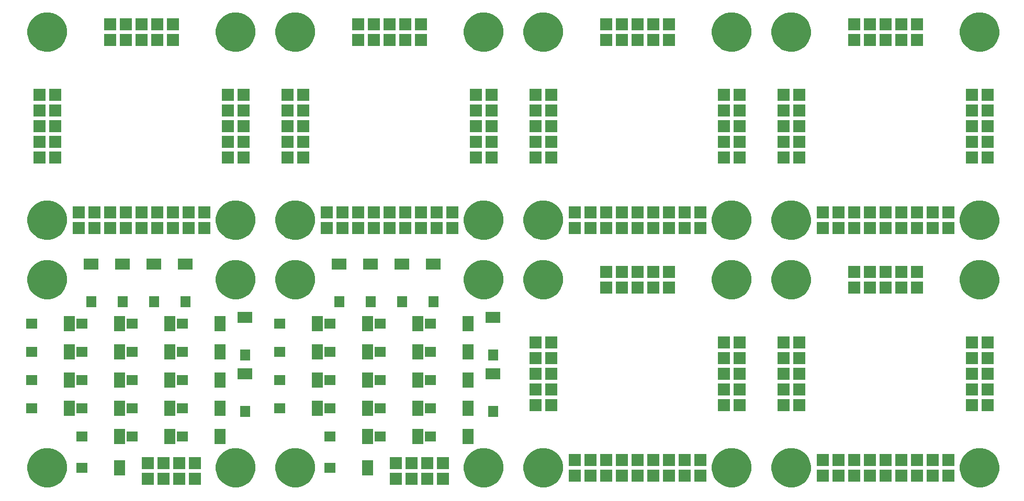
<source format=gbr>
G75*
G71*
%MOMM*%
%OFA0B0*%
%FSLAX53Y53*%
%IPPOS*%
%LPD*%
%ADD14C,0.50000*%
%ADD21C,0.10000*%
X0000000Y0000000D02*
G01*
D14*
G36*
X0005162Y0008024D02*
X0005777Y0007898D01*
X0006355Y0007655D01*
X0006876Y0007304D01*
X0007318Y0006858D01*
X0007665Y0006336D01*
X0007904Y0005755D01*
X0008026Y0005140D01*
X0008026Y0005140D01*
X0008026Y0005140D01*
X0008016Y0004423D01*
X0008016Y0004422D01*
X0008016Y0004422D01*
X0007877Y0003811D01*
X0007622Y0003238D01*
X0007260Y0002725D01*
X0006806Y0002292D01*
X0006276Y0001956D01*
X0005691Y0001729D01*
X0005073Y0001620D01*
X0004445Y0001633D01*
X0003832Y0001768D01*
X0003257Y0002019D01*
X0002742Y0002377D01*
X0002306Y0002829D01*
X0001966Y0003356D01*
X0001735Y0003940D01*
X0001622Y0004557D01*
X0001631Y0005184D01*
X0001761Y0005798D01*
X0002008Y0006375D01*
X0002363Y0006893D01*
X0002811Y0007332D01*
X0003336Y0007676D01*
X0003918Y0007911D01*
X0004535Y0008028D01*
X0005162Y0008024D01*
X0005162Y0008024D01*
G37*
G36*
X0035642Y0008024D02*
X0036257Y0007898D01*
X0036835Y0007655D01*
X0037356Y0007304D01*
X0037798Y0006858D01*
X0038145Y0006336D01*
X0038384Y0005755D01*
X0038506Y0005140D01*
X0038506Y0005140D01*
X0038506Y0005140D01*
X0038496Y0004423D01*
X0038496Y0004422D01*
X0038496Y0004422D01*
X0038357Y0003811D01*
X0038102Y0003238D01*
X0037740Y0002725D01*
X0037286Y0002292D01*
X0036756Y0001956D01*
X0036171Y0001729D01*
X0035553Y0001620D01*
X0034925Y0001633D01*
X0034312Y0001768D01*
X0033737Y0002019D01*
X0033222Y0002377D01*
X0032786Y0002829D01*
X0032446Y0003356D01*
X0032215Y0003940D01*
X0032102Y0004557D01*
X0032111Y0005184D01*
X0032241Y0005798D01*
X0032488Y0006375D01*
X0032843Y0006893D01*
X0033291Y0007332D01*
X0033816Y0007676D01*
X0034398Y0007911D01*
X0035015Y0008028D01*
X0035642Y0008024D01*
X0035642Y0008024D01*
G37*
G36*
X0029664Y0002086D02*
X0027740Y0002086D01*
X0027740Y0004010D01*
X0029664Y0004010D01*
X0029664Y0002086D01*
X0029664Y0002086D01*
G37*
G36*
X0024584Y0002086D02*
X0022660Y0002086D01*
X0022660Y0004010D01*
X0024584Y0004010D01*
X0024584Y0002086D01*
X0024584Y0002086D01*
G37*
G36*
X0022044Y0002086D02*
X0020120Y0002086D01*
X0020120Y0004010D01*
X0022044Y0004010D01*
X0022044Y0002086D01*
X0022044Y0002086D01*
G37*
G36*
X0027124Y0002086D02*
X0025200Y0002086D01*
X0025200Y0004010D01*
X0027124Y0004010D01*
X0027124Y0002086D01*
X0027124Y0002086D01*
G37*
G36*
X0017412Y0003626D02*
X0015612Y0003626D01*
X0015612Y0006026D01*
X0017412Y0006026D01*
X0017412Y0003626D01*
X0017412Y0003626D01*
G37*
G36*
X0011312Y0004026D02*
X0009512Y0004026D01*
X0009512Y0005626D01*
X0011312Y0005626D01*
X0011312Y0004026D01*
X0011312Y0004026D01*
G37*
G36*
X0022044Y0004626D02*
X0020120Y0004626D01*
X0020120Y0006550D01*
X0022044Y0006550D01*
X0022044Y0004626D01*
X0022044Y0004626D01*
G37*
G36*
X0029664Y0004626D02*
X0027740Y0004626D01*
X0027740Y0006550D01*
X0029664Y0006550D01*
X0029664Y0004626D01*
X0029664Y0004626D01*
G37*
G36*
X0027124Y0004626D02*
X0025200Y0004626D01*
X0025200Y0006550D01*
X0027124Y0006550D01*
X0027124Y0004626D01*
X0027124Y0004626D01*
G37*
G36*
X0024584Y0004626D02*
X0022660Y0004626D01*
X0022660Y0006550D01*
X0024584Y0006550D01*
X0024584Y0004626D01*
X0024584Y0004626D01*
G37*
G36*
X0033668Y0008706D02*
X0031868Y0008706D01*
X0031868Y0011106D01*
X0033668Y0011106D01*
X0033668Y0008706D01*
X0033668Y0008706D01*
G37*
G36*
X0017412Y0008706D02*
X0015612Y0008706D01*
X0015612Y0011106D01*
X0017412Y0011106D01*
X0017412Y0008706D01*
X0017412Y0008706D01*
G37*
G36*
X0025540Y0008706D02*
X0023740Y0008706D01*
X0023740Y0011106D01*
X0025540Y0011106D01*
X0025540Y0008706D01*
X0025540Y0008706D01*
G37*
G36*
X0019440Y0009106D02*
X0017640Y0009106D01*
X0017640Y0010706D01*
X0019440Y0010706D01*
X0019440Y0009106D01*
X0019440Y0009106D01*
G37*
G36*
X0027568Y0009106D02*
X0025768Y0009106D01*
X0025768Y0010706D01*
X0027568Y0010706D01*
X0027568Y0009106D01*
X0027568Y0009106D01*
G37*
G36*
X0011312Y0009106D02*
X0009512Y0009106D01*
X0009512Y0010706D01*
X0011312Y0010706D01*
X0011312Y0009106D01*
X0011312Y0009106D01*
G37*
G36*
X0037630Y0013068D02*
X0036030Y0013068D01*
X0036030Y0014868D01*
X0037630Y0014868D01*
X0037630Y0013068D01*
X0037630Y0013068D01*
G37*
G36*
X0025540Y0013278D02*
X0023740Y0013278D01*
X0023740Y0015678D01*
X0025540Y0015678D01*
X0025540Y0013278D01*
X0025540Y0013278D01*
G37*
G36*
X0033668Y0013278D02*
X0031868Y0013278D01*
X0031868Y0015678D01*
X0033668Y0015678D01*
X0033668Y0013278D01*
X0033668Y0013278D01*
G37*
G36*
X0009284Y0013278D02*
X0007484Y0013278D01*
X0007484Y0015678D01*
X0009284Y0015678D01*
X0009284Y0013278D01*
X0009284Y0013278D01*
G37*
G36*
X0017412Y0013278D02*
X0015612Y0013278D01*
X0015612Y0015678D01*
X0017412Y0015678D01*
X0017412Y0013278D01*
X0017412Y0013278D01*
G37*
G36*
X0019440Y0013678D02*
X0017640Y0013678D01*
X0017640Y0015278D01*
X0019440Y0015278D01*
X0019440Y0013678D01*
X0019440Y0013678D01*
G37*
G36*
X0027568Y0013678D02*
X0025768Y0013678D01*
X0025768Y0015278D01*
X0027568Y0015278D01*
X0027568Y0013678D01*
X0027568Y0013678D01*
G37*
G36*
X0011312Y0013678D02*
X0009512Y0013678D01*
X0009512Y0015278D01*
X0011312Y0015278D01*
X0011312Y0013678D01*
X0011312Y0013678D01*
G37*
G36*
X0003184Y0013678D02*
X0001384Y0013678D01*
X0001384Y0015278D01*
X0003184Y0015278D01*
X0003184Y0013678D01*
X0003184Y0013678D01*
G37*
G36*
X0025540Y0017850D02*
X0023740Y0017850D01*
X0023740Y0020250D01*
X0025540Y0020250D01*
X0025540Y0017850D01*
X0025540Y0017850D01*
G37*
G36*
X0033668Y0017850D02*
X0031868Y0017850D01*
X0031868Y0020250D01*
X0033668Y0020250D01*
X0033668Y0017850D01*
X0033668Y0017850D01*
G37*
G36*
X0017412Y0017850D02*
X0015612Y0017850D01*
X0015612Y0020250D01*
X0017412Y0020250D01*
X0017412Y0017850D01*
X0017412Y0017850D01*
G37*
G36*
X0009284Y0017850D02*
X0007484Y0017850D01*
X0007484Y0020250D01*
X0009284Y0020250D01*
X0009284Y0017850D01*
X0009284Y0017850D01*
G37*
G36*
X0011312Y0018250D02*
X0009512Y0018250D01*
X0009512Y0019850D01*
X0011312Y0019850D01*
X0011312Y0018250D01*
X0011312Y0018250D01*
G37*
G36*
X0019440Y0018250D02*
X0017640Y0018250D01*
X0017640Y0019850D01*
X0019440Y0019850D01*
X0019440Y0018250D01*
X0019440Y0018250D01*
G37*
G36*
X0003184Y0018250D02*
X0001384Y0018250D01*
X0001384Y0019850D01*
X0003184Y0019850D01*
X0003184Y0018250D01*
X0003184Y0018250D01*
G37*
G36*
X0027568Y0018250D02*
X0025768Y0018250D01*
X0025768Y0019850D01*
X0027568Y0019850D01*
X0027568Y0018250D01*
X0027568Y0018250D01*
G37*
G36*
X0038030Y0019168D02*
X0035630Y0019168D01*
X0035630Y0020968D01*
X0038030Y0020968D01*
X0038030Y0019168D01*
X0038030Y0019168D01*
G37*
G36*
X0037630Y0022212D02*
X0036030Y0022212D01*
X0036030Y0024012D01*
X0037630Y0024012D01*
X0037630Y0022212D01*
X0037630Y0022212D01*
G37*
G36*
X0009284Y0022422D02*
X0007484Y0022422D01*
X0007484Y0024822D01*
X0009284Y0024822D01*
X0009284Y0022422D01*
X0009284Y0022422D01*
G37*
G36*
X0033668Y0022422D02*
X0031868Y0022422D01*
X0031868Y0024822D01*
X0033668Y0024822D01*
X0033668Y0022422D01*
X0033668Y0022422D01*
G37*
G36*
X0025540Y0022422D02*
X0023740Y0022422D01*
X0023740Y0024822D01*
X0025540Y0024822D01*
X0025540Y0022422D01*
X0025540Y0022422D01*
G37*
G36*
X0017412Y0022422D02*
X0015612Y0022422D01*
X0015612Y0024822D01*
X0017412Y0024822D01*
X0017412Y0022422D01*
X0017412Y0022422D01*
G37*
G36*
X0019440Y0022822D02*
X0017640Y0022822D01*
X0017640Y0024422D01*
X0019440Y0024422D01*
X0019440Y0022822D01*
X0019440Y0022822D01*
G37*
G36*
X0003184Y0022822D02*
X0001384Y0022822D01*
X0001384Y0024422D01*
X0003184Y0024422D01*
X0003184Y0022822D01*
X0003184Y0022822D01*
G37*
G36*
X0011312Y0022822D02*
X0009512Y0022822D01*
X0009512Y0024422D01*
X0011312Y0024422D01*
X0011312Y0022822D01*
X0011312Y0022822D01*
G37*
G36*
X0027568Y0022822D02*
X0025768Y0022822D01*
X0025768Y0024422D01*
X0027568Y0024422D01*
X0027568Y0022822D01*
X0027568Y0022822D01*
G37*
G36*
X0009284Y0026994D02*
X0007484Y0026994D01*
X0007484Y0029394D01*
X0009284Y0029394D01*
X0009284Y0026994D01*
X0009284Y0026994D01*
G37*
G36*
X0017412Y0026994D02*
X0015612Y0026994D01*
X0015612Y0029394D01*
X0017412Y0029394D01*
X0017412Y0026994D01*
X0017412Y0026994D01*
G37*
G36*
X0025540Y0026994D02*
X0023740Y0026994D01*
X0023740Y0029394D01*
X0025540Y0029394D01*
X0025540Y0026994D01*
X0025540Y0026994D01*
G37*
G36*
X0033668Y0026994D02*
X0031868Y0026994D01*
X0031868Y0029394D01*
X0033668Y0029394D01*
X0033668Y0026994D01*
X0033668Y0026994D01*
G37*
G36*
X0011312Y0027394D02*
X0009512Y0027394D01*
X0009512Y0028994D01*
X0011312Y0028994D01*
X0011312Y0027394D01*
X0011312Y0027394D01*
G37*
G36*
X0019440Y0027394D02*
X0017640Y0027394D01*
X0017640Y0028994D01*
X0019440Y0028994D01*
X0019440Y0027394D01*
X0019440Y0027394D01*
G37*
G36*
X0027568Y0027394D02*
X0025768Y0027394D01*
X0025768Y0028994D01*
X0027568Y0028994D01*
X0027568Y0027394D01*
X0027568Y0027394D01*
G37*
G36*
X0003184Y0027394D02*
X0001384Y0027394D01*
X0001384Y0028994D01*
X0003184Y0028994D01*
X0003184Y0027394D01*
X0003184Y0027394D01*
G37*
G36*
X0038030Y0028312D02*
X0035630Y0028312D01*
X0035630Y0030112D01*
X0038030Y0030112D01*
X0038030Y0028312D01*
X0038030Y0028312D01*
G37*
G36*
X0012738Y0030848D02*
X0011138Y0030848D01*
X0011138Y0032648D01*
X0012738Y0032648D01*
X0012738Y0030848D01*
X0012738Y0030848D01*
G37*
G36*
X0017818Y0030848D02*
X0016218Y0030848D01*
X0016218Y0032648D01*
X0017818Y0032648D01*
X0017818Y0030848D01*
X0017818Y0030848D01*
G37*
G36*
X0027978Y0030848D02*
X0026378Y0030848D01*
X0026378Y0032648D01*
X0027978Y0032648D01*
X0027978Y0030848D01*
X0027978Y0030848D01*
G37*
G36*
X0022898Y0030848D02*
X0021298Y0030848D01*
X0021298Y0032648D01*
X0022898Y0032648D01*
X0022898Y0030848D01*
X0022898Y0030848D01*
G37*
G36*
X0035642Y0038504D02*
X0036257Y0038378D01*
X0036835Y0038135D01*
X0037356Y0037784D01*
X0037798Y0037338D01*
X0038145Y0036816D01*
X0038384Y0036235D01*
X0038506Y0035620D01*
X0038506Y0035620D01*
X0038506Y0035620D01*
X0038496Y0034903D01*
X0038496Y0034902D01*
X0038496Y0034902D01*
X0038357Y0034291D01*
X0038102Y0033718D01*
X0037740Y0033205D01*
X0037286Y0032772D01*
X0036756Y0032436D01*
X0036171Y0032209D01*
X0035553Y0032100D01*
X0034925Y0032113D01*
X0034312Y0032248D01*
X0033737Y0032499D01*
X0033222Y0032857D01*
X0032786Y0033309D01*
X0032446Y0033836D01*
X0032215Y0034420D01*
X0032102Y0035037D01*
X0032111Y0035664D01*
X0032241Y0036278D01*
X0032488Y0036855D01*
X0032843Y0037373D01*
X0033291Y0037812D01*
X0033816Y0038156D01*
X0034398Y0038391D01*
X0035015Y0038508D01*
X0035642Y0038504D01*
X0035642Y0038504D01*
G37*
G36*
X0005162Y0038504D02*
X0005777Y0038378D01*
X0006355Y0038135D01*
X0006876Y0037784D01*
X0007318Y0037338D01*
X0007665Y0036816D01*
X0007904Y0036235D01*
X0008026Y0035620D01*
X0008026Y0035620D01*
X0008026Y0035620D01*
X0008016Y0034903D01*
X0008016Y0034902D01*
X0008016Y0034902D01*
X0007877Y0034291D01*
X0007622Y0033718D01*
X0007260Y0033205D01*
X0006806Y0032772D01*
X0006276Y0032436D01*
X0005691Y0032209D01*
X0005073Y0032100D01*
X0004445Y0032113D01*
X0003832Y0032248D01*
X0003257Y0032499D01*
X0002742Y0032857D01*
X0002306Y0033309D01*
X0001966Y0033836D01*
X0001735Y0034420D01*
X0001622Y0035037D01*
X0001631Y0035664D01*
X0001761Y0036278D01*
X0002008Y0036855D01*
X0002363Y0037373D01*
X0002811Y0037812D01*
X0003336Y0038156D01*
X0003918Y0038391D01*
X0004535Y0038508D01*
X0005162Y0038504D01*
X0005162Y0038504D01*
G37*
G36*
X0028378Y0036948D02*
X0025978Y0036948D01*
X0025978Y0038748D01*
X0028378Y0038748D01*
X0028378Y0036948D01*
X0028378Y0036948D01*
G37*
G36*
X0013138Y0036948D02*
X0010738Y0036948D01*
X0010738Y0038748D01*
X0013138Y0038748D01*
X0013138Y0036948D01*
X0013138Y0036948D01*
G37*
G36*
X0018218Y0036948D02*
X0015818Y0036948D01*
X0015818Y0038748D01*
X0018218Y0038748D01*
X0018218Y0036948D01*
X0018218Y0036948D01*
G37*
G36*
X0023298Y0036948D02*
X0020898Y0036948D01*
X0020898Y0038748D01*
X0023298Y0038748D01*
X0023298Y0036948D01*
X0023298Y0036948D01*
G37*
X0040130Y0000000D02*
G01*
D14*
G36*
X0045292Y0008024D02*
X0045907Y0007898D01*
X0046485Y0007655D01*
X0047006Y0007304D01*
X0047448Y0006858D01*
X0047795Y0006336D01*
X0048034Y0005755D01*
X0048156Y0005140D01*
X0048156Y0005140D01*
X0048156Y0005140D01*
X0048146Y0004423D01*
X0048146Y0004422D01*
X0048146Y0004422D01*
X0048007Y0003811D01*
X0047752Y0003238D01*
X0047390Y0002725D01*
X0046936Y0002292D01*
X0046406Y0001956D01*
X0045821Y0001729D01*
X0045203Y0001620D01*
X0044575Y0001633D01*
X0043962Y0001768D01*
X0043387Y0002019D01*
X0042872Y0002377D01*
X0042436Y0002829D01*
X0042096Y0003356D01*
X0041865Y0003940D01*
X0041752Y0004557D01*
X0041761Y0005184D01*
X0041891Y0005798D01*
X0042138Y0006375D01*
X0042493Y0006893D01*
X0042941Y0007332D01*
X0043466Y0007676D01*
X0044048Y0007911D01*
X0044665Y0008028D01*
X0045292Y0008024D01*
X0045292Y0008024D01*
G37*
G36*
X0075772Y0008024D02*
X0076387Y0007898D01*
X0076965Y0007655D01*
X0077486Y0007304D01*
X0077928Y0006858D01*
X0078275Y0006336D01*
X0078514Y0005755D01*
X0078636Y0005140D01*
X0078636Y0005140D01*
X0078636Y0005140D01*
X0078626Y0004423D01*
X0078626Y0004422D01*
X0078626Y0004422D01*
X0078487Y0003811D01*
X0078232Y0003238D01*
X0077870Y0002725D01*
X0077416Y0002292D01*
X0076886Y0001956D01*
X0076301Y0001729D01*
X0075683Y0001620D01*
X0075055Y0001633D01*
X0074442Y0001768D01*
X0073867Y0002019D01*
X0073352Y0002377D01*
X0072916Y0002829D01*
X0072576Y0003356D01*
X0072345Y0003940D01*
X0072232Y0004557D01*
X0072241Y0005184D01*
X0072371Y0005798D01*
X0072618Y0006375D01*
X0072973Y0006893D01*
X0073421Y0007332D01*
X0073946Y0007676D01*
X0074528Y0007911D01*
X0075145Y0008028D01*
X0075772Y0008024D01*
X0075772Y0008024D01*
G37*
G36*
X0069794Y0002086D02*
X0067870Y0002086D01*
X0067870Y0004010D01*
X0069794Y0004010D01*
X0069794Y0002086D01*
X0069794Y0002086D01*
G37*
G36*
X0064714Y0002086D02*
X0062790Y0002086D01*
X0062790Y0004010D01*
X0064714Y0004010D01*
X0064714Y0002086D01*
X0064714Y0002086D01*
G37*
G36*
X0062174Y0002086D02*
X0060250Y0002086D01*
X0060250Y0004010D01*
X0062174Y0004010D01*
X0062174Y0002086D01*
X0062174Y0002086D01*
G37*
G36*
X0067254Y0002086D02*
X0065330Y0002086D01*
X0065330Y0004010D01*
X0067254Y0004010D01*
X0067254Y0002086D01*
X0067254Y0002086D01*
G37*
G36*
X0057542Y0003626D02*
X0055742Y0003626D01*
X0055742Y0006026D01*
X0057542Y0006026D01*
X0057542Y0003626D01*
X0057542Y0003626D01*
G37*
G36*
X0051442Y0004026D02*
X0049642Y0004026D01*
X0049642Y0005626D01*
X0051442Y0005626D01*
X0051442Y0004026D01*
X0051442Y0004026D01*
G37*
G36*
X0062174Y0004626D02*
X0060250Y0004626D01*
X0060250Y0006550D01*
X0062174Y0006550D01*
X0062174Y0004626D01*
X0062174Y0004626D01*
G37*
G36*
X0069794Y0004626D02*
X0067870Y0004626D01*
X0067870Y0006550D01*
X0069794Y0006550D01*
X0069794Y0004626D01*
X0069794Y0004626D01*
G37*
G36*
X0067254Y0004626D02*
X0065330Y0004626D01*
X0065330Y0006550D01*
X0067254Y0006550D01*
X0067254Y0004626D01*
X0067254Y0004626D01*
G37*
G36*
X0064714Y0004626D02*
X0062790Y0004626D01*
X0062790Y0006550D01*
X0064714Y0006550D01*
X0064714Y0004626D01*
X0064714Y0004626D01*
G37*
G36*
X0073798Y0008706D02*
X0071998Y0008706D01*
X0071998Y0011106D01*
X0073798Y0011106D01*
X0073798Y0008706D01*
X0073798Y0008706D01*
G37*
G36*
X0057542Y0008706D02*
X0055742Y0008706D01*
X0055742Y0011106D01*
X0057542Y0011106D01*
X0057542Y0008706D01*
X0057542Y0008706D01*
G37*
G36*
X0065670Y0008706D02*
X0063870Y0008706D01*
X0063870Y0011106D01*
X0065670Y0011106D01*
X0065670Y0008706D01*
X0065670Y0008706D01*
G37*
G36*
X0059570Y0009106D02*
X0057770Y0009106D01*
X0057770Y0010706D01*
X0059570Y0010706D01*
X0059570Y0009106D01*
X0059570Y0009106D01*
G37*
G36*
X0067698Y0009106D02*
X0065898Y0009106D01*
X0065898Y0010706D01*
X0067698Y0010706D01*
X0067698Y0009106D01*
X0067698Y0009106D01*
G37*
G36*
X0051442Y0009106D02*
X0049642Y0009106D01*
X0049642Y0010706D01*
X0051442Y0010706D01*
X0051442Y0009106D01*
X0051442Y0009106D01*
G37*
G36*
X0077760Y0013068D02*
X0076160Y0013068D01*
X0076160Y0014868D01*
X0077760Y0014868D01*
X0077760Y0013068D01*
X0077760Y0013068D01*
G37*
G36*
X0065670Y0013278D02*
X0063870Y0013278D01*
X0063870Y0015678D01*
X0065670Y0015678D01*
X0065670Y0013278D01*
X0065670Y0013278D01*
G37*
G36*
X0073798Y0013278D02*
X0071998Y0013278D01*
X0071998Y0015678D01*
X0073798Y0015678D01*
X0073798Y0013278D01*
X0073798Y0013278D01*
G37*
G36*
X0049414Y0013278D02*
X0047614Y0013278D01*
X0047614Y0015678D01*
X0049414Y0015678D01*
X0049414Y0013278D01*
X0049414Y0013278D01*
G37*
G36*
X0057542Y0013278D02*
X0055742Y0013278D01*
X0055742Y0015678D01*
X0057542Y0015678D01*
X0057542Y0013278D01*
X0057542Y0013278D01*
G37*
G36*
X0059570Y0013678D02*
X0057770Y0013678D01*
X0057770Y0015278D01*
X0059570Y0015278D01*
X0059570Y0013678D01*
X0059570Y0013678D01*
G37*
G36*
X0067698Y0013678D02*
X0065898Y0013678D01*
X0065898Y0015278D01*
X0067698Y0015278D01*
X0067698Y0013678D01*
X0067698Y0013678D01*
G37*
G36*
X0051442Y0013678D02*
X0049642Y0013678D01*
X0049642Y0015278D01*
X0051442Y0015278D01*
X0051442Y0013678D01*
X0051442Y0013678D01*
G37*
G36*
X0043314Y0013678D02*
X0041514Y0013678D01*
X0041514Y0015278D01*
X0043314Y0015278D01*
X0043314Y0013678D01*
X0043314Y0013678D01*
G37*
G36*
X0065670Y0017850D02*
X0063870Y0017850D01*
X0063870Y0020250D01*
X0065670Y0020250D01*
X0065670Y0017850D01*
X0065670Y0017850D01*
G37*
G36*
X0073798Y0017850D02*
X0071998Y0017850D01*
X0071998Y0020250D01*
X0073798Y0020250D01*
X0073798Y0017850D01*
X0073798Y0017850D01*
G37*
G36*
X0057542Y0017850D02*
X0055742Y0017850D01*
X0055742Y0020250D01*
X0057542Y0020250D01*
X0057542Y0017850D01*
X0057542Y0017850D01*
G37*
G36*
X0049414Y0017850D02*
X0047614Y0017850D01*
X0047614Y0020250D01*
X0049414Y0020250D01*
X0049414Y0017850D01*
X0049414Y0017850D01*
G37*
G36*
X0051442Y0018250D02*
X0049642Y0018250D01*
X0049642Y0019850D01*
X0051442Y0019850D01*
X0051442Y0018250D01*
X0051442Y0018250D01*
G37*
G36*
X0059570Y0018250D02*
X0057770Y0018250D01*
X0057770Y0019850D01*
X0059570Y0019850D01*
X0059570Y0018250D01*
X0059570Y0018250D01*
G37*
G36*
X0043314Y0018250D02*
X0041514Y0018250D01*
X0041514Y0019850D01*
X0043314Y0019850D01*
X0043314Y0018250D01*
X0043314Y0018250D01*
G37*
G36*
X0067698Y0018250D02*
X0065898Y0018250D01*
X0065898Y0019850D01*
X0067698Y0019850D01*
X0067698Y0018250D01*
X0067698Y0018250D01*
G37*
G36*
X0078160Y0019168D02*
X0075760Y0019168D01*
X0075760Y0020968D01*
X0078160Y0020968D01*
X0078160Y0019168D01*
X0078160Y0019168D01*
G37*
G36*
X0077760Y0022212D02*
X0076160Y0022212D01*
X0076160Y0024012D01*
X0077760Y0024012D01*
X0077760Y0022212D01*
X0077760Y0022212D01*
G37*
G36*
X0049414Y0022422D02*
X0047614Y0022422D01*
X0047614Y0024822D01*
X0049414Y0024822D01*
X0049414Y0022422D01*
X0049414Y0022422D01*
G37*
G36*
X0073798Y0022422D02*
X0071998Y0022422D01*
X0071998Y0024822D01*
X0073798Y0024822D01*
X0073798Y0022422D01*
X0073798Y0022422D01*
G37*
G36*
X0065670Y0022422D02*
X0063870Y0022422D01*
X0063870Y0024822D01*
X0065670Y0024822D01*
X0065670Y0022422D01*
X0065670Y0022422D01*
G37*
G36*
X0057542Y0022422D02*
X0055742Y0022422D01*
X0055742Y0024822D01*
X0057542Y0024822D01*
X0057542Y0022422D01*
X0057542Y0022422D01*
G37*
G36*
X0059570Y0022822D02*
X0057770Y0022822D01*
X0057770Y0024422D01*
X0059570Y0024422D01*
X0059570Y0022822D01*
X0059570Y0022822D01*
G37*
G36*
X0043314Y0022822D02*
X0041514Y0022822D01*
X0041514Y0024422D01*
X0043314Y0024422D01*
X0043314Y0022822D01*
X0043314Y0022822D01*
G37*
G36*
X0051442Y0022822D02*
X0049642Y0022822D01*
X0049642Y0024422D01*
X0051442Y0024422D01*
X0051442Y0022822D01*
X0051442Y0022822D01*
G37*
G36*
X0067698Y0022822D02*
X0065898Y0022822D01*
X0065898Y0024422D01*
X0067698Y0024422D01*
X0067698Y0022822D01*
X0067698Y0022822D01*
G37*
G36*
X0049414Y0026994D02*
X0047614Y0026994D01*
X0047614Y0029394D01*
X0049414Y0029394D01*
X0049414Y0026994D01*
X0049414Y0026994D01*
G37*
G36*
X0057542Y0026994D02*
X0055742Y0026994D01*
X0055742Y0029394D01*
X0057542Y0029394D01*
X0057542Y0026994D01*
X0057542Y0026994D01*
G37*
G36*
X0065670Y0026994D02*
X0063870Y0026994D01*
X0063870Y0029394D01*
X0065670Y0029394D01*
X0065670Y0026994D01*
X0065670Y0026994D01*
G37*
G36*
X0073798Y0026994D02*
X0071998Y0026994D01*
X0071998Y0029394D01*
X0073798Y0029394D01*
X0073798Y0026994D01*
X0073798Y0026994D01*
G37*
G36*
X0051442Y0027394D02*
X0049642Y0027394D01*
X0049642Y0028994D01*
X0051442Y0028994D01*
X0051442Y0027394D01*
X0051442Y0027394D01*
G37*
G36*
X0059570Y0027394D02*
X0057770Y0027394D01*
X0057770Y0028994D01*
X0059570Y0028994D01*
X0059570Y0027394D01*
X0059570Y0027394D01*
G37*
G36*
X0067698Y0027394D02*
X0065898Y0027394D01*
X0065898Y0028994D01*
X0067698Y0028994D01*
X0067698Y0027394D01*
X0067698Y0027394D01*
G37*
G36*
X0043314Y0027394D02*
X0041514Y0027394D01*
X0041514Y0028994D01*
X0043314Y0028994D01*
X0043314Y0027394D01*
X0043314Y0027394D01*
G37*
G36*
X0078160Y0028312D02*
X0075760Y0028312D01*
X0075760Y0030112D01*
X0078160Y0030112D01*
X0078160Y0028312D01*
X0078160Y0028312D01*
G37*
G36*
X0052868Y0030848D02*
X0051268Y0030848D01*
X0051268Y0032648D01*
X0052868Y0032648D01*
X0052868Y0030848D01*
X0052868Y0030848D01*
G37*
G36*
X0057948Y0030848D02*
X0056348Y0030848D01*
X0056348Y0032648D01*
X0057948Y0032648D01*
X0057948Y0030848D01*
X0057948Y0030848D01*
G37*
G36*
X0068108Y0030848D02*
X0066508Y0030848D01*
X0066508Y0032648D01*
X0068108Y0032648D01*
X0068108Y0030848D01*
X0068108Y0030848D01*
G37*
G36*
X0063028Y0030848D02*
X0061428Y0030848D01*
X0061428Y0032648D01*
X0063028Y0032648D01*
X0063028Y0030848D01*
X0063028Y0030848D01*
G37*
G36*
X0075772Y0038504D02*
X0076387Y0038378D01*
X0076965Y0038135D01*
X0077486Y0037784D01*
X0077928Y0037338D01*
X0078275Y0036816D01*
X0078514Y0036235D01*
X0078636Y0035620D01*
X0078636Y0035620D01*
X0078636Y0035620D01*
X0078626Y0034903D01*
X0078626Y0034902D01*
X0078626Y0034902D01*
X0078487Y0034291D01*
X0078232Y0033718D01*
X0077870Y0033205D01*
X0077416Y0032772D01*
X0076886Y0032436D01*
X0076301Y0032209D01*
X0075683Y0032100D01*
X0075055Y0032113D01*
X0074442Y0032248D01*
X0073867Y0032499D01*
X0073352Y0032857D01*
X0072916Y0033309D01*
X0072576Y0033836D01*
X0072345Y0034420D01*
X0072232Y0035037D01*
X0072241Y0035664D01*
X0072371Y0036278D01*
X0072618Y0036855D01*
X0072973Y0037373D01*
X0073421Y0037812D01*
X0073946Y0038156D01*
X0074528Y0038391D01*
X0075145Y0038508D01*
X0075772Y0038504D01*
X0075772Y0038504D01*
G37*
G36*
X0045292Y0038504D02*
X0045907Y0038378D01*
X0046485Y0038135D01*
X0047006Y0037784D01*
X0047448Y0037338D01*
X0047795Y0036816D01*
X0048034Y0036235D01*
X0048156Y0035620D01*
X0048156Y0035620D01*
X0048156Y0035620D01*
X0048146Y0034903D01*
X0048146Y0034902D01*
X0048146Y0034902D01*
X0048007Y0034291D01*
X0047752Y0033718D01*
X0047390Y0033205D01*
X0046936Y0032772D01*
X0046406Y0032436D01*
X0045821Y0032209D01*
X0045203Y0032100D01*
X0044575Y0032113D01*
X0043962Y0032248D01*
X0043387Y0032499D01*
X0042872Y0032857D01*
X0042436Y0033309D01*
X0042096Y0033836D01*
X0041865Y0034420D01*
X0041752Y0035037D01*
X0041761Y0035664D01*
X0041891Y0036278D01*
X0042138Y0036855D01*
X0042493Y0037373D01*
X0042941Y0037812D01*
X0043466Y0038156D01*
X0044048Y0038391D01*
X0044665Y0038508D01*
X0045292Y0038504D01*
X0045292Y0038504D01*
G37*
G36*
X0068508Y0036948D02*
X0066108Y0036948D01*
X0066108Y0038748D01*
X0068508Y0038748D01*
X0068508Y0036948D01*
X0068508Y0036948D01*
G37*
G36*
X0053268Y0036948D02*
X0050868Y0036948D01*
X0050868Y0038748D01*
X0053268Y0038748D01*
X0053268Y0036948D01*
X0053268Y0036948D01*
G37*
G36*
X0058348Y0036948D02*
X0055948Y0036948D01*
X0055948Y0038748D01*
X0058348Y0038748D01*
X0058348Y0036948D01*
X0058348Y0036948D01*
G37*
G36*
X0063428Y0036948D02*
X0061028Y0036948D01*
X0061028Y0038748D01*
X0063428Y0038748D01*
X0063428Y0036948D01*
X0063428Y0036948D01*
G37*
X0080260Y0000000D02*
G01*
D21*
G36*
X0085422Y0008024D02*
X0086037Y0007898D01*
X0086615Y0007654D01*
X0087136Y0007304D01*
X0087578Y0006858D01*
X0087925Y0006336D01*
X0088164Y0005755D01*
X0088286Y0005140D01*
X0088286Y0005140D01*
X0088286Y0005140D01*
X0088276Y0004423D01*
X0088276Y0004422D01*
X0088276Y0004422D01*
X0088137Y0003811D01*
X0087882Y0003238D01*
X0087520Y0002725D01*
X0087066Y0002292D01*
X0086536Y0001956D01*
X0085951Y0001729D01*
X0085333Y0001620D01*
X0084705Y0001633D01*
X0084092Y0001768D01*
X0083517Y0002019D01*
X0083002Y0002377D01*
X0082566Y0002829D01*
X0082226Y0003356D01*
X0081995Y0003940D01*
X0081882Y0004557D01*
X0081891Y0005184D01*
X0082021Y0005798D01*
X0082268Y0006375D01*
X0082623Y0006893D01*
X0083071Y0007332D01*
X0083596Y0007676D01*
X0084178Y0007911D01*
X0084795Y0008028D01*
X0085422Y0008024D01*
X0085422Y0008024D01*
G37*
G36*
X0115902Y0008024D02*
X0116517Y0007898D01*
X0117095Y0007654D01*
X0117616Y0007304D01*
X0118058Y0006858D01*
X0118405Y0006336D01*
X0118644Y0005755D01*
X0118766Y0005140D01*
X0118766Y0005140D01*
X0118766Y0005140D01*
X0118756Y0004423D01*
X0118756Y0004422D01*
X0118756Y0004422D01*
X0118617Y0003811D01*
X0118362Y0003238D01*
X0118000Y0002725D01*
X0117546Y0002292D01*
X0117016Y0001956D01*
X0116431Y0001729D01*
X0115813Y0001620D01*
X0115185Y0001633D01*
X0114572Y0001768D01*
X0113997Y0002019D01*
X0113482Y0002377D01*
X0113046Y0002829D01*
X0112706Y0003356D01*
X0112475Y0003940D01*
X0112362Y0004557D01*
X0112371Y0005184D01*
X0112501Y0005798D01*
X0112748Y0006375D01*
X0113103Y0006893D01*
X0113551Y0007332D01*
X0114076Y0007676D01*
X0114658Y0007911D01*
X0115275Y0008028D01*
X0115902Y0008024D01*
X0115902Y0008024D01*
G37*
G36*
X0093668Y0002594D02*
X0091744Y0002594D01*
X0091744Y0004518D01*
X0093668Y0004518D01*
X0093668Y0002594D01*
X0093668Y0002594D01*
G37*
G36*
X0096208Y0002594D02*
X0094284Y0002594D01*
X0094284Y0004518D01*
X0096208Y0004518D01*
X0096208Y0002594D01*
X0096208Y0002594D01*
G37*
G36*
X0098748Y0002594D02*
X0096824Y0002594D01*
X0096824Y0004518D01*
X0098748Y0004518D01*
X0098748Y0002594D01*
X0098748Y0002594D01*
G37*
G36*
X0101288Y0002594D02*
X0099364Y0002594D01*
X0099364Y0004518D01*
X0101288Y0004518D01*
X0101288Y0002594D01*
X0101288Y0002594D01*
G37*
G36*
X0103828Y0002594D02*
X0101904Y0002594D01*
X0101904Y0004518D01*
X0103828Y0004518D01*
X0103828Y0002594D01*
X0103828Y0002594D01*
G37*
G36*
X0106368Y0002594D02*
X0104444Y0002594D01*
X0104444Y0004518D01*
X0106368Y0004518D01*
X0106368Y0002594D01*
X0106368Y0002594D01*
G37*
G36*
X0108908Y0002594D02*
X0106984Y0002594D01*
X0106984Y0004518D01*
X0108908Y0004518D01*
X0108908Y0002594D01*
X0108908Y0002594D01*
G37*
G36*
X0111448Y0002594D02*
X0109524Y0002594D01*
X0109524Y0004518D01*
X0111448Y0004518D01*
X0111448Y0002594D01*
X0111448Y0002594D01*
G37*
G36*
X0091128Y0002594D02*
X0089204Y0002594D01*
X0089204Y0004518D01*
X0091128Y0004518D01*
X0091128Y0002594D01*
X0091128Y0002594D01*
G37*
G36*
X0106368Y0005134D02*
X0104444Y0005134D01*
X0104444Y0007058D01*
X0106368Y0007058D01*
X0106368Y0005134D01*
X0106368Y0005134D01*
G37*
G36*
X0091128Y0005134D02*
X0089204Y0005134D01*
X0089204Y0007058D01*
X0091128Y0007058D01*
X0091128Y0005134D01*
X0091128Y0005134D01*
G37*
G36*
X0093668Y0005134D02*
X0091744Y0005134D01*
X0091744Y0007058D01*
X0093668Y0007058D01*
X0093668Y0005134D01*
X0093668Y0005134D01*
G37*
G36*
X0096208Y0005134D02*
X0094284Y0005134D01*
X0094284Y0007058D01*
X0096208Y0007058D01*
X0096208Y0005134D01*
X0096208Y0005134D01*
G37*
G36*
X0098748Y0005134D02*
X0096824Y0005134D01*
X0096824Y0007058D01*
X0098748Y0007058D01*
X0098748Y0005134D01*
X0098748Y0005134D01*
G37*
G36*
X0101288Y0005134D02*
X0099364Y0005134D01*
X0099364Y0007058D01*
X0101288Y0007058D01*
X0101288Y0005134D01*
X0101288Y0005134D01*
G37*
G36*
X0108908Y0005134D02*
X0106984Y0005134D01*
X0106984Y0007058D01*
X0108908Y0007058D01*
X0108908Y0005134D01*
X0108908Y0005134D01*
G37*
G36*
X0103828Y0005134D02*
X0101904Y0005134D01*
X0101904Y0007058D01*
X0103828Y0007058D01*
X0103828Y0005134D01*
X0103828Y0005134D01*
G37*
G36*
X0111448Y0005134D02*
X0109524Y0005134D01*
X0109524Y0007058D01*
X0111448Y0007058D01*
X0111448Y0005134D01*
X0111448Y0005134D01*
G37*
G36*
X0087318Y0014024D02*
X0085394Y0014024D01*
X0085394Y0015948D01*
X0087318Y0015948D01*
X0087318Y0014024D01*
X0087318Y0014024D01*
G37*
G36*
X0084778Y0014024D02*
X0082854Y0014024D01*
X0082854Y0015948D01*
X0084778Y0015948D01*
X0084778Y0014024D01*
X0084778Y0014024D01*
G37*
G36*
X0115258Y0014024D02*
X0113334Y0014024D01*
X0113334Y0015948D01*
X0115258Y0015948D01*
X0115258Y0014024D01*
X0115258Y0014024D01*
G37*
G36*
X0117798Y0014024D02*
X0115874Y0014024D01*
X0115874Y0015948D01*
X0117798Y0015948D01*
X0117798Y0014024D01*
X0117798Y0014024D01*
G37*
G36*
X0115258Y0016564D02*
X0113334Y0016564D01*
X0113334Y0018488D01*
X0115258Y0018488D01*
X0115258Y0016564D01*
X0115258Y0016564D01*
G37*
G36*
X0084778Y0016564D02*
X0082854Y0016564D01*
X0082854Y0018488D01*
X0084778Y0018488D01*
X0084778Y0016564D01*
X0084778Y0016564D01*
G37*
G36*
X0117798Y0016564D02*
X0115874Y0016564D01*
X0115874Y0018488D01*
X0117798Y0018488D01*
X0117798Y0016564D01*
X0117798Y0016564D01*
G37*
G36*
X0087318Y0016564D02*
X0085394Y0016564D01*
X0085394Y0018488D01*
X0087318Y0018488D01*
X0087318Y0016564D01*
X0087318Y0016564D01*
G37*
G36*
X0087318Y0019104D02*
X0085394Y0019104D01*
X0085394Y0021028D01*
X0087318Y0021028D01*
X0087318Y0019104D01*
X0087318Y0019104D01*
G37*
G36*
X0115258Y0019104D02*
X0113334Y0019104D01*
X0113334Y0021028D01*
X0115258Y0021028D01*
X0115258Y0019104D01*
X0115258Y0019104D01*
G37*
G36*
X0117798Y0019104D02*
X0115874Y0019104D01*
X0115874Y0021028D01*
X0117798Y0021028D01*
X0117798Y0019104D01*
X0117798Y0019104D01*
G37*
G36*
X0084778Y0019104D02*
X0082854Y0019104D01*
X0082854Y0021028D01*
X0084778Y0021028D01*
X0084778Y0019104D01*
X0084778Y0019104D01*
G37*
G36*
X0084778Y0021644D02*
X0082854Y0021644D01*
X0082854Y0023568D01*
X0084778Y0023568D01*
X0084778Y0021644D01*
X0084778Y0021644D01*
G37*
G36*
X0087318Y0021644D02*
X0085394Y0021644D01*
X0085394Y0023568D01*
X0087318Y0023568D01*
X0087318Y0021644D01*
X0087318Y0021644D01*
G37*
G36*
X0115258Y0021644D02*
X0113334Y0021644D01*
X0113334Y0023568D01*
X0115258Y0023568D01*
X0115258Y0021644D01*
X0115258Y0021644D01*
G37*
G36*
X0117798Y0021644D02*
X0115874Y0021644D01*
X0115874Y0023568D01*
X0117798Y0023568D01*
X0117798Y0021644D01*
X0117798Y0021644D01*
G37*
G36*
X0115258Y0024184D02*
X0113334Y0024184D01*
X0113334Y0026108D01*
X0115258Y0026108D01*
X0115258Y0024184D01*
X0115258Y0024184D01*
G37*
G36*
X0117798Y0024184D02*
X0115874Y0024184D01*
X0115874Y0026108D01*
X0117798Y0026108D01*
X0117798Y0024184D01*
X0117798Y0024184D01*
G37*
G36*
X0087318Y0024184D02*
X0085394Y0024184D01*
X0085394Y0026108D01*
X0087318Y0026108D01*
X0087318Y0024184D01*
X0087318Y0024184D01*
G37*
G36*
X0084778Y0024184D02*
X0082854Y0024184D01*
X0082854Y0026108D01*
X0084778Y0026108D01*
X0084778Y0024184D01*
X0084778Y0024184D01*
G37*
G36*
X0115902Y0038504D02*
X0116517Y0038378D01*
X0117095Y0038134D01*
X0117616Y0037784D01*
X0118058Y0037338D01*
X0118405Y0036816D01*
X0118644Y0036235D01*
X0118766Y0035620D01*
X0118766Y0035620D01*
X0118766Y0035620D01*
X0118756Y0034903D01*
X0118756Y0034902D01*
X0118756Y0034902D01*
X0118617Y0034291D01*
X0118362Y0033718D01*
X0118000Y0033205D01*
X0117546Y0032772D01*
X0117016Y0032436D01*
X0116431Y0032209D01*
X0115813Y0032100D01*
X0115185Y0032113D01*
X0114572Y0032248D01*
X0113997Y0032499D01*
X0113482Y0032857D01*
X0113046Y0033309D01*
X0112706Y0033836D01*
X0112475Y0034420D01*
X0112362Y0035037D01*
X0112371Y0035664D01*
X0112501Y0036278D01*
X0112748Y0036855D01*
X0113103Y0037373D01*
X0113551Y0037812D01*
X0114076Y0038156D01*
X0114658Y0038391D01*
X0115275Y0038508D01*
X0115902Y0038504D01*
X0115902Y0038504D01*
G37*
G36*
X0085422Y0038504D02*
X0086037Y0038378D01*
X0086615Y0038134D01*
X0087136Y0037784D01*
X0087578Y0037338D01*
X0087925Y0036816D01*
X0088164Y0036235D01*
X0088286Y0035620D01*
X0088286Y0035620D01*
X0088286Y0035620D01*
X0088276Y0034903D01*
X0088276Y0034902D01*
X0088276Y0034902D01*
X0088137Y0034291D01*
X0087882Y0033718D01*
X0087520Y0033205D01*
X0087066Y0032772D01*
X0086536Y0032436D01*
X0085951Y0032209D01*
X0085333Y0032100D01*
X0084705Y0032113D01*
X0084092Y0032248D01*
X0083517Y0032499D01*
X0083002Y0032857D01*
X0082566Y0033309D01*
X0082226Y0033836D01*
X0081995Y0034420D01*
X0081882Y0035037D01*
X0081891Y0035664D01*
X0082021Y0036278D01*
X0082268Y0036855D01*
X0082623Y0037373D01*
X0083071Y0037812D01*
X0083596Y0038156D01*
X0084178Y0038391D01*
X0084795Y0038508D01*
X0085422Y0038504D01*
X0085422Y0038504D01*
G37*
G36*
X0103828Y0033074D02*
X0101904Y0033074D01*
X0101904Y0034998D01*
X0103828Y0034998D01*
X0103828Y0033074D01*
X0103828Y0033074D01*
G37*
G36*
X0101288Y0033074D02*
X0099364Y0033074D01*
X0099364Y0034998D01*
X0101288Y0034998D01*
X0101288Y0033074D01*
X0101288Y0033074D01*
G37*
G36*
X0098748Y0033074D02*
X0096824Y0033074D01*
X0096824Y0034998D01*
X0098748Y0034998D01*
X0098748Y0033074D01*
X0098748Y0033074D01*
G37*
G36*
X0096208Y0033074D02*
X0094284Y0033074D01*
X0094284Y0034998D01*
X0096208Y0034998D01*
X0096208Y0033074D01*
X0096208Y0033074D01*
G37*
G36*
X0106368Y0033074D02*
X0104444Y0033074D01*
X0104444Y0034998D01*
X0106368Y0034998D01*
X0106368Y0033074D01*
X0106368Y0033074D01*
G37*
G36*
X0106368Y0035614D02*
X0104444Y0035614D01*
X0104444Y0037538D01*
X0106368Y0037538D01*
X0106368Y0035614D01*
X0106368Y0035614D01*
G37*
G36*
X0103828Y0035614D02*
X0101904Y0035614D01*
X0101904Y0037538D01*
X0103828Y0037538D01*
X0103828Y0035614D01*
X0103828Y0035614D01*
G37*
G36*
X0101288Y0035614D02*
X0099364Y0035614D01*
X0099364Y0037538D01*
X0101288Y0037538D01*
X0101288Y0035614D01*
X0101288Y0035614D01*
G37*
G36*
X0098748Y0035614D02*
X0096824Y0035614D01*
X0096824Y0037538D01*
X0098748Y0037538D01*
X0098748Y0035614D01*
X0098748Y0035614D01*
G37*
G36*
X0096208Y0035614D02*
X0094284Y0035614D01*
X0094284Y0037538D01*
X0096208Y0037538D01*
X0096208Y0035614D01*
X0096208Y0035614D01*
G37*
X0120390Y0000000D02*
G01*
D21*
G36*
X0125552Y0008024D02*
X0126167Y0007898D01*
X0126745Y0007654D01*
X0127266Y0007304D01*
X0127708Y0006858D01*
X0128055Y0006336D01*
X0128294Y0005755D01*
X0128416Y0005140D01*
X0128416Y0005140D01*
X0128416Y0005140D01*
X0128406Y0004423D01*
X0128406Y0004422D01*
X0128406Y0004422D01*
X0128267Y0003811D01*
X0128012Y0003238D01*
X0127650Y0002725D01*
X0127196Y0002292D01*
X0126666Y0001956D01*
X0126081Y0001729D01*
X0125463Y0001620D01*
X0124835Y0001633D01*
X0124222Y0001768D01*
X0123647Y0002019D01*
X0123132Y0002377D01*
X0122696Y0002829D01*
X0122356Y0003356D01*
X0122125Y0003940D01*
X0122012Y0004557D01*
X0122021Y0005184D01*
X0122151Y0005798D01*
X0122398Y0006375D01*
X0122753Y0006893D01*
X0123201Y0007332D01*
X0123726Y0007676D01*
X0124308Y0007911D01*
X0124925Y0008028D01*
X0125552Y0008024D01*
X0125552Y0008024D01*
G37*
G36*
X0156032Y0008024D02*
X0156647Y0007898D01*
X0157225Y0007654D01*
X0157746Y0007304D01*
X0158188Y0006858D01*
X0158535Y0006336D01*
X0158774Y0005755D01*
X0158896Y0005140D01*
X0158896Y0005140D01*
X0158896Y0005140D01*
X0158886Y0004423D01*
X0158886Y0004422D01*
X0158886Y0004422D01*
X0158747Y0003811D01*
X0158492Y0003238D01*
X0158130Y0002725D01*
X0157676Y0002292D01*
X0157146Y0001956D01*
X0156561Y0001729D01*
X0155943Y0001620D01*
X0155315Y0001633D01*
X0154702Y0001768D01*
X0154127Y0002019D01*
X0153612Y0002377D01*
X0153176Y0002829D01*
X0152836Y0003356D01*
X0152605Y0003940D01*
X0152492Y0004557D01*
X0152501Y0005184D01*
X0152631Y0005798D01*
X0152878Y0006375D01*
X0153233Y0006893D01*
X0153681Y0007332D01*
X0154206Y0007676D01*
X0154788Y0007911D01*
X0155405Y0008028D01*
X0156032Y0008024D01*
X0156032Y0008024D01*
G37*
G36*
X0133798Y0002594D02*
X0131874Y0002594D01*
X0131874Y0004518D01*
X0133798Y0004518D01*
X0133798Y0002594D01*
X0133798Y0002594D01*
G37*
G36*
X0136338Y0002594D02*
X0134414Y0002594D01*
X0134414Y0004518D01*
X0136338Y0004518D01*
X0136338Y0002594D01*
X0136338Y0002594D01*
G37*
G36*
X0138878Y0002594D02*
X0136954Y0002594D01*
X0136954Y0004518D01*
X0138878Y0004518D01*
X0138878Y0002594D01*
X0138878Y0002594D01*
G37*
G36*
X0141418Y0002594D02*
X0139494Y0002594D01*
X0139494Y0004518D01*
X0141418Y0004518D01*
X0141418Y0002594D01*
X0141418Y0002594D01*
G37*
G36*
X0143958Y0002594D02*
X0142034Y0002594D01*
X0142034Y0004518D01*
X0143958Y0004518D01*
X0143958Y0002594D01*
X0143958Y0002594D01*
G37*
G36*
X0146498Y0002594D02*
X0144574Y0002594D01*
X0144574Y0004518D01*
X0146498Y0004518D01*
X0146498Y0002594D01*
X0146498Y0002594D01*
G37*
G36*
X0149038Y0002594D02*
X0147114Y0002594D01*
X0147114Y0004518D01*
X0149038Y0004518D01*
X0149038Y0002594D01*
X0149038Y0002594D01*
G37*
G36*
X0151578Y0002594D02*
X0149654Y0002594D01*
X0149654Y0004518D01*
X0151578Y0004518D01*
X0151578Y0002594D01*
X0151578Y0002594D01*
G37*
G36*
X0131258Y0002594D02*
X0129334Y0002594D01*
X0129334Y0004518D01*
X0131258Y0004518D01*
X0131258Y0002594D01*
X0131258Y0002594D01*
G37*
G36*
X0146498Y0005134D02*
X0144574Y0005134D01*
X0144574Y0007058D01*
X0146498Y0007058D01*
X0146498Y0005134D01*
X0146498Y0005134D01*
G37*
G36*
X0131258Y0005134D02*
X0129334Y0005134D01*
X0129334Y0007058D01*
X0131258Y0007058D01*
X0131258Y0005134D01*
X0131258Y0005134D01*
G37*
G36*
X0133798Y0005134D02*
X0131874Y0005134D01*
X0131874Y0007058D01*
X0133798Y0007058D01*
X0133798Y0005134D01*
X0133798Y0005134D01*
G37*
G36*
X0136338Y0005134D02*
X0134414Y0005134D01*
X0134414Y0007058D01*
X0136338Y0007058D01*
X0136338Y0005134D01*
X0136338Y0005134D01*
G37*
G36*
X0138878Y0005134D02*
X0136954Y0005134D01*
X0136954Y0007058D01*
X0138878Y0007058D01*
X0138878Y0005134D01*
X0138878Y0005134D01*
G37*
G36*
X0141418Y0005134D02*
X0139494Y0005134D01*
X0139494Y0007058D01*
X0141418Y0007058D01*
X0141418Y0005134D01*
X0141418Y0005134D01*
G37*
G36*
X0149038Y0005134D02*
X0147114Y0005134D01*
X0147114Y0007058D01*
X0149038Y0007058D01*
X0149038Y0005134D01*
X0149038Y0005134D01*
G37*
G36*
X0143958Y0005134D02*
X0142034Y0005134D01*
X0142034Y0007058D01*
X0143958Y0007058D01*
X0143958Y0005134D01*
X0143958Y0005134D01*
G37*
G36*
X0151578Y0005134D02*
X0149654Y0005134D01*
X0149654Y0007058D01*
X0151578Y0007058D01*
X0151578Y0005134D01*
X0151578Y0005134D01*
G37*
G36*
X0127448Y0014024D02*
X0125524Y0014024D01*
X0125524Y0015948D01*
X0127448Y0015948D01*
X0127448Y0014024D01*
X0127448Y0014024D01*
G37*
G36*
X0124908Y0014024D02*
X0122984Y0014024D01*
X0122984Y0015948D01*
X0124908Y0015948D01*
X0124908Y0014024D01*
X0124908Y0014024D01*
G37*
G36*
X0155388Y0014024D02*
X0153464Y0014024D01*
X0153464Y0015948D01*
X0155388Y0015948D01*
X0155388Y0014024D01*
X0155388Y0014024D01*
G37*
G36*
X0157928Y0014024D02*
X0156004Y0014024D01*
X0156004Y0015948D01*
X0157928Y0015948D01*
X0157928Y0014024D01*
X0157928Y0014024D01*
G37*
G36*
X0155388Y0016564D02*
X0153464Y0016564D01*
X0153464Y0018488D01*
X0155388Y0018488D01*
X0155388Y0016564D01*
X0155388Y0016564D01*
G37*
G36*
X0124908Y0016564D02*
X0122984Y0016564D01*
X0122984Y0018488D01*
X0124908Y0018488D01*
X0124908Y0016564D01*
X0124908Y0016564D01*
G37*
G36*
X0157928Y0016564D02*
X0156004Y0016564D01*
X0156004Y0018488D01*
X0157928Y0018488D01*
X0157928Y0016564D01*
X0157928Y0016564D01*
G37*
G36*
X0127448Y0016564D02*
X0125524Y0016564D01*
X0125524Y0018488D01*
X0127448Y0018488D01*
X0127448Y0016564D01*
X0127448Y0016564D01*
G37*
G36*
X0127448Y0019104D02*
X0125524Y0019104D01*
X0125524Y0021028D01*
X0127448Y0021028D01*
X0127448Y0019104D01*
X0127448Y0019104D01*
G37*
G36*
X0155388Y0019104D02*
X0153464Y0019104D01*
X0153464Y0021028D01*
X0155388Y0021028D01*
X0155388Y0019104D01*
X0155388Y0019104D01*
G37*
G36*
X0157928Y0019104D02*
X0156004Y0019104D01*
X0156004Y0021028D01*
X0157928Y0021028D01*
X0157928Y0019104D01*
X0157928Y0019104D01*
G37*
G36*
X0124908Y0019104D02*
X0122984Y0019104D01*
X0122984Y0021028D01*
X0124908Y0021028D01*
X0124908Y0019104D01*
X0124908Y0019104D01*
G37*
G36*
X0124908Y0021644D02*
X0122984Y0021644D01*
X0122984Y0023568D01*
X0124908Y0023568D01*
X0124908Y0021644D01*
X0124908Y0021644D01*
G37*
G36*
X0127448Y0021644D02*
X0125524Y0021644D01*
X0125524Y0023568D01*
X0127448Y0023568D01*
X0127448Y0021644D01*
X0127448Y0021644D01*
G37*
G36*
X0155388Y0021644D02*
X0153464Y0021644D01*
X0153464Y0023568D01*
X0155388Y0023568D01*
X0155388Y0021644D01*
X0155388Y0021644D01*
G37*
G36*
X0157928Y0021644D02*
X0156004Y0021644D01*
X0156004Y0023568D01*
X0157928Y0023568D01*
X0157928Y0021644D01*
X0157928Y0021644D01*
G37*
G36*
X0155388Y0024184D02*
X0153464Y0024184D01*
X0153464Y0026108D01*
X0155388Y0026108D01*
X0155388Y0024184D01*
X0155388Y0024184D01*
G37*
G36*
X0157928Y0024184D02*
X0156004Y0024184D01*
X0156004Y0026108D01*
X0157928Y0026108D01*
X0157928Y0024184D01*
X0157928Y0024184D01*
G37*
G36*
X0127448Y0024184D02*
X0125524Y0024184D01*
X0125524Y0026108D01*
X0127448Y0026108D01*
X0127448Y0024184D01*
X0127448Y0024184D01*
G37*
G36*
X0124908Y0024184D02*
X0122984Y0024184D01*
X0122984Y0026108D01*
X0124908Y0026108D01*
X0124908Y0024184D01*
X0124908Y0024184D01*
G37*
G36*
X0156032Y0038504D02*
X0156647Y0038378D01*
X0157225Y0038134D01*
X0157746Y0037784D01*
X0158188Y0037338D01*
X0158535Y0036816D01*
X0158774Y0036235D01*
X0158896Y0035620D01*
X0158896Y0035620D01*
X0158896Y0035620D01*
X0158886Y0034903D01*
X0158886Y0034902D01*
X0158886Y0034902D01*
X0158747Y0034291D01*
X0158492Y0033718D01*
X0158130Y0033205D01*
X0157676Y0032772D01*
X0157146Y0032436D01*
X0156561Y0032209D01*
X0155943Y0032100D01*
X0155315Y0032113D01*
X0154702Y0032248D01*
X0154127Y0032499D01*
X0153612Y0032857D01*
X0153176Y0033309D01*
X0152836Y0033836D01*
X0152605Y0034420D01*
X0152492Y0035037D01*
X0152501Y0035664D01*
X0152631Y0036278D01*
X0152878Y0036855D01*
X0153233Y0037373D01*
X0153681Y0037812D01*
X0154206Y0038156D01*
X0154788Y0038391D01*
X0155405Y0038508D01*
X0156032Y0038504D01*
X0156032Y0038504D01*
G37*
G36*
X0125552Y0038504D02*
X0126167Y0038378D01*
X0126745Y0038134D01*
X0127266Y0037784D01*
X0127708Y0037338D01*
X0128055Y0036816D01*
X0128294Y0036235D01*
X0128416Y0035620D01*
X0128416Y0035620D01*
X0128416Y0035620D01*
X0128406Y0034903D01*
X0128406Y0034902D01*
X0128406Y0034902D01*
X0128267Y0034291D01*
X0128012Y0033718D01*
X0127650Y0033205D01*
X0127196Y0032772D01*
X0126666Y0032436D01*
X0126081Y0032209D01*
X0125463Y0032100D01*
X0124835Y0032113D01*
X0124222Y0032248D01*
X0123647Y0032499D01*
X0123132Y0032857D01*
X0122696Y0033309D01*
X0122356Y0033836D01*
X0122125Y0034420D01*
X0122012Y0035037D01*
X0122021Y0035664D01*
X0122151Y0036278D01*
X0122398Y0036855D01*
X0122753Y0037373D01*
X0123201Y0037812D01*
X0123726Y0038156D01*
X0124308Y0038391D01*
X0124925Y0038508D01*
X0125552Y0038504D01*
X0125552Y0038504D01*
G37*
G36*
X0143958Y0033074D02*
X0142034Y0033074D01*
X0142034Y0034998D01*
X0143958Y0034998D01*
X0143958Y0033074D01*
X0143958Y0033074D01*
G37*
G36*
X0141418Y0033074D02*
X0139494Y0033074D01*
X0139494Y0034998D01*
X0141418Y0034998D01*
X0141418Y0033074D01*
X0141418Y0033074D01*
G37*
G36*
X0138878Y0033074D02*
X0136954Y0033074D01*
X0136954Y0034998D01*
X0138878Y0034998D01*
X0138878Y0033074D01*
X0138878Y0033074D01*
G37*
G36*
X0136338Y0033074D02*
X0134414Y0033074D01*
X0134414Y0034998D01*
X0136338Y0034998D01*
X0136338Y0033074D01*
X0136338Y0033074D01*
G37*
G36*
X0146498Y0033074D02*
X0144574Y0033074D01*
X0144574Y0034998D01*
X0146498Y0034998D01*
X0146498Y0033074D01*
X0146498Y0033074D01*
G37*
G36*
X0146498Y0035614D02*
X0144574Y0035614D01*
X0144574Y0037538D01*
X0146498Y0037538D01*
X0146498Y0035614D01*
X0146498Y0035614D01*
G37*
G36*
X0143958Y0035614D02*
X0142034Y0035614D01*
X0142034Y0037538D01*
X0143958Y0037538D01*
X0143958Y0035614D01*
X0143958Y0035614D01*
G37*
G36*
X0141418Y0035614D02*
X0139494Y0035614D01*
X0139494Y0037538D01*
X0141418Y0037538D01*
X0141418Y0035614D01*
X0141418Y0035614D01*
G37*
G36*
X0138878Y0035614D02*
X0136954Y0035614D01*
X0136954Y0037538D01*
X0138878Y0037538D01*
X0138878Y0035614D01*
X0138878Y0035614D01*
G37*
G36*
X0136338Y0035614D02*
X0134414Y0035614D01*
X0134414Y0037538D01*
X0136338Y0037538D01*
X0136338Y0035614D01*
X0136338Y0035614D01*
G37*
X0000000Y0040130D02*
G01*
D21*
G36*
X0005162Y0048154D02*
X0005777Y0048028D01*
X0006355Y0047784D01*
X0006876Y0047434D01*
X0007318Y0046988D01*
X0007665Y0046466D01*
X0007904Y0045885D01*
X0008026Y0045270D01*
X0008026Y0045270D01*
X0008026Y0045270D01*
X0008016Y0044553D01*
X0008016Y0044552D01*
X0008016Y0044552D01*
X0007877Y0043941D01*
X0007622Y0043368D01*
X0007260Y0042855D01*
X0006806Y0042422D01*
X0006276Y0042086D01*
X0005691Y0041859D01*
X0005073Y0041750D01*
X0004445Y0041763D01*
X0003832Y0041898D01*
X0003257Y0042149D01*
X0002742Y0042507D01*
X0002306Y0042959D01*
X0001966Y0043486D01*
X0001735Y0044070D01*
X0001622Y0044687D01*
X0001631Y0045314D01*
X0001761Y0045928D01*
X0002008Y0046505D01*
X0002363Y0047023D01*
X0002811Y0047462D01*
X0003336Y0047806D01*
X0003918Y0048041D01*
X0004535Y0048158D01*
X0005162Y0048154D01*
X0005162Y0048154D01*
G37*
G36*
X0035642Y0048154D02*
X0036257Y0048028D01*
X0036835Y0047784D01*
X0037356Y0047434D01*
X0037798Y0046988D01*
X0038145Y0046466D01*
X0038384Y0045885D01*
X0038506Y0045270D01*
X0038506Y0045270D01*
X0038506Y0045270D01*
X0038496Y0044553D01*
X0038496Y0044552D01*
X0038496Y0044552D01*
X0038357Y0043941D01*
X0038102Y0043368D01*
X0037740Y0042855D01*
X0037286Y0042422D01*
X0036756Y0042086D01*
X0036171Y0041859D01*
X0035553Y0041750D01*
X0034925Y0041763D01*
X0034312Y0041898D01*
X0033737Y0042149D01*
X0033222Y0042507D01*
X0032786Y0042959D01*
X0032446Y0043486D01*
X0032215Y0044070D01*
X0032102Y0044687D01*
X0032111Y0045314D01*
X0032241Y0045928D01*
X0032488Y0046505D01*
X0032843Y0047023D01*
X0033291Y0047462D01*
X0033816Y0047806D01*
X0034398Y0048041D01*
X0035015Y0048158D01*
X0035642Y0048154D01*
X0035642Y0048154D01*
G37*
G36*
X0013408Y0042724D02*
X0011484Y0042724D01*
X0011484Y0044648D01*
X0013408Y0044648D01*
X0013408Y0042724D01*
X0013408Y0042724D01*
G37*
G36*
X0015948Y0042724D02*
X0014024Y0042724D01*
X0014024Y0044648D01*
X0015948Y0044648D01*
X0015948Y0042724D01*
X0015948Y0042724D01*
G37*
G36*
X0018488Y0042724D02*
X0016564Y0042724D01*
X0016564Y0044648D01*
X0018488Y0044648D01*
X0018488Y0042724D01*
X0018488Y0042724D01*
G37*
G36*
X0021028Y0042724D02*
X0019104Y0042724D01*
X0019104Y0044648D01*
X0021028Y0044648D01*
X0021028Y0042724D01*
X0021028Y0042724D01*
G37*
G36*
X0023568Y0042724D02*
X0021644Y0042724D01*
X0021644Y0044648D01*
X0023568Y0044648D01*
X0023568Y0042724D01*
X0023568Y0042724D01*
G37*
G36*
X0026108Y0042724D02*
X0024184Y0042724D01*
X0024184Y0044648D01*
X0026108Y0044648D01*
X0026108Y0042724D01*
X0026108Y0042724D01*
G37*
G36*
X0028648Y0042724D02*
X0026724Y0042724D01*
X0026724Y0044648D01*
X0028648Y0044648D01*
X0028648Y0042724D01*
X0028648Y0042724D01*
G37*
G36*
X0031188Y0042724D02*
X0029264Y0042724D01*
X0029264Y0044648D01*
X0031188Y0044648D01*
X0031188Y0042724D01*
X0031188Y0042724D01*
G37*
G36*
X0010868Y0042724D02*
X0008944Y0042724D01*
X0008944Y0044648D01*
X0010868Y0044648D01*
X0010868Y0042724D01*
X0010868Y0042724D01*
G37*
G36*
X0026108Y0045264D02*
X0024184Y0045264D01*
X0024184Y0047188D01*
X0026108Y0047188D01*
X0026108Y0045264D01*
X0026108Y0045264D01*
G37*
G36*
X0010868Y0045264D02*
X0008944Y0045264D01*
X0008944Y0047188D01*
X0010868Y0047188D01*
X0010868Y0045264D01*
X0010868Y0045264D01*
G37*
G36*
X0013408Y0045264D02*
X0011484Y0045264D01*
X0011484Y0047188D01*
X0013408Y0047188D01*
X0013408Y0045264D01*
X0013408Y0045264D01*
G37*
G36*
X0015948Y0045264D02*
X0014024Y0045264D01*
X0014024Y0047188D01*
X0015948Y0047188D01*
X0015948Y0045264D01*
X0015948Y0045264D01*
G37*
G36*
X0018488Y0045264D02*
X0016564Y0045264D01*
X0016564Y0047188D01*
X0018488Y0047188D01*
X0018488Y0045264D01*
X0018488Y0045264D01*
G37*
G36*
X0021028Y0045264D02*
X0019104Y0045264D01*
X0019104Y0047188D01*
X0021028Y0047188D01*
X0021028Y0045264D01*
X0021028Y0045264D01*
G37*
G36*
X0028648Y0045264D02*
X0026724Y0045264D01*
X0026724Y0047188D01*
X0028648Y0047188D01*
X0028648Y0045264D01*
X0028648Y0045264D01*
G37*
G36*
X0023568Y0045264D02*
X0021644Y0045264D01*
X0021644Y0047188D01*
X0023568Y0047188D01*
X0023568Y0045264D01*
X0023568Y0045264D01*
G37*
G36*
X0031188Y0045264D02*
X0029264Y0045264D01*
X0029264Y0047188D01*
X0031188Y0047188D01*
X0031188Y0045264D01*
X0031188Y0045264D01*
G37*
G36*
X0007058Y0054154D02*
X0005134Y0054154D01*
X0005134Y0056078D01*
X0007058Y0056078D01*
X0007058Y0054154D01*
X0007058Y0054154D01*
G37*
G36*
X0004518Y0054154D02*
X0002594Y0054154D01*
X0002594Y0056078D01*
X0004518Y0056078D01*
X0004518Y0054154D01*
X0004518Y0054154D01*
G37*
G36*
X0034998Y0054154D02*
X0033074Y0054154D01*
X0033074Y0056078D01*
X0034998Y0056078D01*
X0034998Y0054154D01*
X0034998Y0054154D01*
G37*
G36*
X0037538Y0054154D02*
X0035614Y0054154D01*
X0035614Y0056078D01*
X0037538Y0056078D01*
X0037538Y0054154D01*
X0037538Y0054154D01*
G37*
G36*
X0034998Y0056694D02*
X0033074Y0056694D01*
X0033074Y0058618D01*
X0034998Y0058618D01*
X0034998Y0056694D01*
X0034998Y0056694D01*
G37*
G36*
X0004518Y0056694D02*
X0002594Y0056694D01*
X0002594Y0058618D01*
X0004518Y0058618D01*
X0004518Y0056694D01*
X0004518Y0056694D01*
G37*
G36*
X0037538Y0056694D02*
X0035614Y0056694D01*
X0035614Y0058618D01*
X0037538Y0058618D01*
X0037538Y0056694D01*
X0037538Y0056694D01*
G37*
G36*
X0007058Y0056694D02*
X0005134Y0056694D01*
X0005134Y0058618D01*
X0007058Y0058618D01*
X0007058Y0056694D01*
X0007058Y0056694D01*
G37*
G36*
X0007058Y0059234D02*
X0005134Y0059234D01*
X0005134Y0061158D01*
X0007058Y0061158D01*
X0007058Y0059234D01*
X0007058Y0059234D01*
G37*
G36*
X0034998Y0059234D02*
X0033074Y0059234D01*
X0033074Y0061158D01*
X0034998Y0061158D01*
X0034998Y0059234D01*
X0034998Y0059234D01*
G37*
G36*
X0037538Y0059234D02*
X0035614Y0059234D01*
X0035614Y0061158D01*
X0037538Y0061158D01*
X0037538Y0059234D01*
X0037538Y0059234D01*
G37*
G36*
X0004518Y0059234D02*
X0002594Y0059234D01*
X0002594Y0061158D01*
X0004518Y0061158D01*
X0004518Y0059234D01*
X0004518Y0059234D01*
G37*
G36*
X0004518Y0061774D02*
X0002594Y0061774D01*
X0002594Y0063698D01*
X0004518Y0063698D01*
X0004518Y0061774D01*
X0004518Y0061774D01*
G37*
G36*
X0007058Y0061774D02*
X0005134Y0061774D01*
X0005134Y0063698D01*
X0007058Y0063698D01*
X0007058Y0061774D01*
X0007058Y0061774D01*
G37*
G36*
X0034998Y0061774D02*
X0033074Y0061774D01*
X0033074Y0063698D01*
X0034998Y0063698D01*
X0034998Y0061774D01*
X0034998Y0061774D01*
G37*
G36*
X0037538Y0061774D02*
X0035614Y0061774D01*
X0035614Y0063698D01*
X0037538Y0063698D01*
X0037538Y0061774D01*
X0037538Y0061774D01*
G37*
G36*
X0034998Y0064314D02*
X0033074Y0064314D01*
X0033074Y0066238D01*
X0034998Y0066238D01*
X0034998Y0064314D01*
X0034998Y0064314D01*
G37*
G36*
X0037538Y0064314D02*
X0035614Y0064314D01*
X0035614Y0066238D01*
X0037538Y0066238D01*
X0037538Y0064314D01*
X0037538Y0064314D01*
G37*
G36*
X0007058Y0064314D02*
X0005134Y0064314D01*
X0005134Y0066238D01*
X0007058Y0066238D01*
X0007058Y0064314D01*
X0007058Y0064314D01*
G37*
G36*
X0004518Y0064314D02*
X0002594Y0064314D01*
X0002594Y0066238D01*
X0004518Y0066238D01*
X0004518Y0064314D01*
X0004518Y0064314D01*
G37*
G36*
X0035642Y0078634D02*
X0036257Y0078508D01*
X0036835Y0078264D01*
X0037356Y0077914D01*
X0037798Y0077468D01*
X0038145Y0076946D01*
X0038384Y0076365D01*
X0038506Y0075750D01*
X0038506Y0075750D01*
X0038506Y0075750D01*
X0038496Y0075033D01*
X0038496Y0075032D01*
X0038496Y0075032D01*
X0038357Y0074421D01*
X0038102Y0073848D01*
X0037740Y0073335D01*
X0037286Y0072902D01*
X0036756Y0072566D01*
X0036171Y0072339D01*
X0035553Y0072230D01*
X0034925Y0072243D01*
X0034312Y0072378D01*
X0033737Y0072629D01*
X0033222Y0072987D01*
X0032786Y0073439D01*
X0032446Y0073966D01*
X0032215Y0074550D01*
X0032102Y0075167D01*
X0032111Y0075794D01*
X0032241Y0076408D01*
X0032488Y0076985D01*
X0032843Y0077503D01*
X0033291Y0077942D01*
X0033816Y0078286D01*
X0034398Y0078521D01*
X0035015Y0078638D01*
X0035642Y0078634D01*
X0035642Y0078634D01*
G37*
G36*
X0005162Y0078634D02*
X0005777Y0078508D01*
X0006355Y0078264D01*
X0006876Y0077914D01*
X0007318Y0077468D01*
X0007665Y0076946D01*
X0007904Y0076365D01*
X0008026Y0075750D01*
X0008026Y0075750D01*
X0008026Y0075750D01*
X0008016Y0075033D01*
X0008016Y0075032D01*
X0008016Y0075032D01*
X0007877Y0074421D01*
X0007622Y0073848D01*
X0007260Y0073335D01*
X0006806Y0072902D01*
X0006276Y0072566D01*
X0005691Y0072339D01*
X0005073Y0072230D01*
X0004445Y0072243D01*
X0003832Y0072378D01*
X0003257Y0072629D01*
X0002742Y0072987D01*
X0002306Y0073439D01*
X0001966Y0073966D01*
X0001735Y0074550D01*
X0001622Y0075167D01*
X0001631Y0075794D01*
X0001761Y0076408D01*
X0002008Y0076985D01*
X0002363Y0077503D01*
X0002811Y0077942D01*
X0003336Y0078286D01*
X0003918Y0078521D01*
X0004535Y0078638D01*
X0005162Y0078634D01*
X0005162Y0078634D01*
G37*
G36*
X0023568Y0073204D02*
X0021644Y0073204D01*
X0021644Y0075128D01*
X0023568Y0075128D01*
X0023568Y0073204D01*
X0023568Y0073204D01*
G37*
G36*
X0021028Y0073204D02*
X0019104Y0073204D01*
X0019104Y0075128D01*
X0021028Y0075128D01*
X0021028Y0073204D01*
X0021028Y0073204D01*
G37*
G36*
X0018488Y0073204D02*
X0016564Y0073204D01*
X0016564Y0075128D01*
X0018488Y0075128D01*
X0018488Y0073204D01*
X0018488Y0073204D01*
G37*
G36*
X0015948Y0073204D02*
X0014024Y0073204D01*
X0014024Y0075128D01*
X0015948Y0075128D01*
X0015948Y0073204D01*
X0015948Y0073204D01*
G37*
G36*
X0026108Y0073204D02*
X0024184Y0073204D01*
X0024184Y0075128D01*
X0026108Y0075128D01*
X0026108Y0073204D01*
X0026108Y0073204D01*
G37*
G36*
X0026108Y0075744D02*
X0024184Y0075744D01*
X0024184Y0077668D01*
X0026108Y0077668D01*
X0026108Y0075744D01*
X0026108Y0075744D01*
G37*
G36*
X0023568Y0075744D02*
X0021644Y0075744D01*
X0021644Y0077668D01*
X0023568Y0077668D01*
X0023568Y0075744D01*
X0023568Y0075744D01*
G37*
G36*
X0021028Y0075744D02*
X0019104Y0075744D01*
X0019104Y0077668D01*
X0021028Y0077668D01*
X0021028Y0075744D01*
X0021028Y0075744D01*
G37*
G36*
X0018488Y0075744D02*
X0016564Y0075744D01*
X0016564Y0077668D01*
X0018488Y0077668D01*
X0018488Y0075744D01*
X0018488Y0075744D01*
G37*
G36*
X0015948Y0075744D02*
X0014024Y0075744D01*
X0014024Y0077668D01*
X0015948Y0077668D01*
X0015948Y0075744D01*
X0015948Y0075744D01*
G37*
X0040130Y0040130D02*
G01*
D21*
G36*
X0045292Y0048154D02*
X0045907Y0048028D01*
X0046485Y0047784D01*
X0047006Y0047434D01*
X0047448Y0046988D01*
X0047795Y0046466D01*
X0048034Y0045885D01*
X0048156Y0045270D01*
X0048156Y0045270D01*
X0048156Y0045270D01*
X0048146Y0044553D01*
X0048146Y0044552D01*
X0048146Y0044552D01*
X0048007Y0043941D01*
X0047752Y0043368D01*
X0047390Y0042855D01*
X0046936Y0042422D01*
X0046406Y0042086D01*
X0045821Y0041859D01*
X0045203Y0041750D01*
X0044575Y0041763D01*
X0043962Y0041898D01*
X0043387Y0042149D01*
X0042872Y0042507D01*
X0042436Y0042959D01*
X0042096Y0043486D01*
X0041865Y0044070D01*
X0041752Y0044687D01*
X0041761Y0045314D01*
X0041891Y0045928D01*
X0042138Y0046505D01*
X0042493Y0047023D01*
X0042941Y0047462D01*
X0043466Y0047806D01*
X0044048Y0048041D01*
X0044665Y0048158D01*
X0045292Y0048154D01*
X0045292Y0048154D01*
G37*
G36*
X0075772Y0048154D02*
X0076387Y0048028D01*
X0076965Y0047784D01*
X0077486Y0047434D01*
X0077928Y0046988D01*
X0078275Y0046466D01*
X0078514Y0045885D01*
X0078636Y0045270D01*
X0078636Y0045270D01*
X0078636Y0045270D01*
X0078626Y0044553D01*
X0078626Y0044552D01*
X0078626Y0044552D01*
X0078487Y0043941D01*
X0078232Y0043368D01*
X0077870Y0042855D01*
X0077416Y0042422D01*
X0076886Y0042086D01*
X0076301Y0041859D01*
X0075683Y0041750D01*
X0075055Y0041763D01*
X0074442Y0041898D01*
X0073867Y0042149D01*
X0073352Y0042507D01*
X0072916Y0042959D01*
X0072576Y0043486D01*
X0072345Y0044070D01*
X0072232Y0044687D01*
X0072241Y0045314D01*
X0072371Y0045928D01*
X0072618Y0046505D01*
X0072973Y0047023D01*
X0073421Y0047462D01*
X0073946Y0047806D01*
X0074528Y0048041D01*
X0075145Y0048158D01*
X0075772Y0048154D01*
X0075772Y0048154D01*
G37*
G36*
X0053538Y0042724D02*
X0051614Y0042724D01*
X0051614Y0044648D01*
X0053538Y0044648D01*
X0053538Y0042724D01*
X0053538Y0042724D01*
G37*
G36*
X0056078Y0042724D02*
X0054154Y0042724D01*
X0054154Y0044648D01*
X0056078Y0044648D01*
X0056078Y0042724D01*
X0056078Y0042724D01*
G37*
G36*
X0058618Y0042724D02*
X0056694Y0042724D01*
X0056694Y0044648D01*
X0058618Y0044648D01*
X0058618Y0042724D01*
X0058618Y0042724D01*
G37*
G36*
X0061158Y0042724D02*
X0059234Y0042724D01*
X0059234Y0044648D01*
X0061158Y0044648D01*
X0061158Y0042724D01*
X0061158Y0042724D01*
G37*
G36*
X0063698Y0042724D02*
X0061774Y0042724D01*
X0061774Y0044648D01*
X0063698Y0044648D01*
X0063698Y0042724D01*
X0063698Y0042724D01*
G37*
G36*
X0066238Y0042724D02*
X0064314Y0042724D01*
X0064314Y0044648D01*
X0066238Y0044648D01*
X0066238Y0042724D01*
X0066238Y0042724D01*
G37*
G36*
X0068778Y0042724D02*
X0066854Y0042724D01*
X0066854Y0044648D01*
X0068778Y0044648D01*
X0068778Y0042724D01*
X0068778Y0042724D01*
G37*
G36*
X0071318Y0042724D02*
X0069394Y0042724D01*
X0069394Y0044648D01*
X0071318Y0044648D01*
X0071318Y0042724D01*
X0071318Y0042724D01*
G37*
G36*
X0050998Y0042724D02*
X0049074Y0042724D01*
X0049074Y0044648D01*
X0050998Y0044648D01*
X0050998Y0042724D01*
X0050998Y0042724D01*
G37*
G36*
X0066238Y0045264D02*
X0064314Y0045264D01*
X0064314Y0047188D01*
X0066238Y0047188D01*
X0066238Y0045264D01*
X0066238Y0045264D01*
G37*
G36*
X0050998Y0045264D02*
X0049074Y0045264D01*
X0049074Y0047188D01*
X0050998Y0047188D01*
X0050998Y0045264D01*
X0050998Y0045264D01*
G37*
G36*
X0053538Y0045264D02*
X0051614Y0045264D01*
X0051614Y0047188D01*
X0053538Y0047188D01*
X0053538Y0045264D01*
X0053538Y0045264D01*
G37*
G36*
X0056078Y0045264D02*
X0054154Y0045264D01*
X0054154Y0047188D01*
X0056078Y0047188D01*
X0056078Y0045264D01*
X0056078Y0045264D01*
G37*
G36*
X0058618Y0045264D02*
X0056694Y0045264D01*
X0056694Y0047188D01*
X0058618Y0047188D01*
X0058618Y0045264D01*
X0058618Y0045264D01*
G37*
G36*
X0061158Y0045264D02*
X0059234Y0045264D01*
X0059234Y0047188D01*
X0061158Y0047188D01*
X0061158Y0045264D01*
X0061158Y0045264D01*
G37*
G36*
X0068778Y0045264D02*
X0066854Y0045264D01*
X0066854Y0047188D01*
X0068778Y0047188D01*
X0068778Y0045264D01*
X0068778Y0045264D01*
G37*
G36*
X0063698Y0045264D02*
X0061774Y0045264D01*
X0061774Y0047188D01*
X0063698Y0047188D01*
X0063698Y0045264D01*
X0063698Y0045264D01*
G37*
G36*
X0071318Y0045264D02*
X0069394Y0045264D01*
X0069394Y0047188D01*
X0071318Y0047188D01*
X0071318Y0045264D01*
X0071318Y0045264D01*
G37*
G36*
X0047188Y0054154D02*
X0045264Y0054154D01*
X0045264Y0056078D01*
X0047188Y0056078D01*
X0047188Y0054154D01*
X0047188Y0054154D01*
G37*
G36*
X0044648Y0054154D02*
X0042724Y0054154D01*
X0042724Y0056078D01*
X0044648Y0056078D01*
X0044648Y0054154D01*
X0044648Y0054154D01*
G37*
G36*
X0075128Y0054154D02*
X0073204Y0054154D01*
X0073204Y0056078D01*
X0075128Y0056078D01*
X0075128Y0054154D01*
X0075128Y0054154D01*
G37*
G36*
X0077668Y0054154D02*
X0075744Y0054154D01*
X0075744Y0056078D01*
X0077668Y0056078D01*
X0077668Y0054154D01*
X0077668Y0054154D01*
G37*
G36*
X0075128Y0056694D02*
X0073204Y0056694D01*
X0073204Y0058618D01*
X0075128Y0058618D01*
X0075128Y0056694D01*
X0075128Y0056694D01*
G37*
G36*
X0044648Y0056694D02*
X0042724Y0056694D01*
X0042724Y0058618D01*
X0044648Y0058618D01*
X0044648Y0056694D01*
X0044648Y0056694D01*
G37*
G36*
X0077668Y0056694D02*
X0075744Y0056694D01*
X0075744Y0058618D01*
X0077668Y0058618D01*
X0077668Y0056694D01*
X0077668Y0056694D01*
G37*
G36*
X0047188Y0056694D02*
X0045264Y0056694D01*
X0045264Y0058618D01*
X0047188Y0058618D01*
X0047188Y0056694D01*
X0047188Y0056694D01*
G37*
G36*
X0047188Y0059234D02*
X0045264Y0059234D01*
X0045264Y0061158D01*
X0047188Y0061158D01*
X0047188Y0059234D01*
X0047188Y0059234D01*
G37*
G36*
X0075128Y0059234D02*
X0073204Y0059234D01*
X0073204Y0061158D01*
X0075128Y0061158D01*
X0075128Y0059234D01*
X0075128Y0059234D01*
G37*
G36*
X0077668Y0059234D02*
X0075744Y0059234D01*
X0075744Y0061158D01*
X0077668Y0061158D01*
X0077668Y0059234D01*
X0077668Y0059234D01*
G37*
G36*
X0044648Y0059234D02*
X0042724Y0059234D01*
X0042724Y0061158D01*
X0044648Y0061158D01*
X0044648Y0059234D01*
X0044648Y0059234D01*
G37*
G36*
X0044648Y0061774D02*
X0042724Y0061774D01*
X0042724Y0063698D01*
X0044648Y0063698D01*
X0044648Y0061774D01*
X0044648Y0061774D01*
G37*
G36*
X0047188Y0061774D02*
X0045264Y0061774D01*
X0045264Y0063698D01*
X0047188Y0063698D01*
X0047188Y0061774D01*
X0047188Y0061774D01*
G37*
G36*
X0075128Y0061774D02*
X0073204Y0061774D01*
X0073204Y0063698D01*
X0075128Y0063698D01*
X0075128Y0061774D01*
X0075128Y0061774D01*
G37*
G36*
X0077668Y0061774D02*
X0075744Y0061774D01*
X0075744Y0063698D01*
X0077668Y0063698D01*
X0077668Y0061774D01*
X0077668Y0061774D01*
G37*
G36*
X0075128Y0064314D02*
X0073204Y0064314D01*
X0073204Y0066238D01*
X0075128Y0066238D01*
X0075128Y0064314D01*
X0075128Y0064314D01*
G37*
G36*
X0077668Y0064314D02*
X0075744Y0064314D01*
X0075744Y0066238D01*
X0077668Y0066238D01*
X0077668Y0064314D01*
X0077668Y0064314D01*
G37*
G36*
X0047188Y0064314D02*
X0045264Y0064314D01*
X0045264Y0066238D01*
X0047188Y0066238D01*
X0047188Y0064314D01*
X0047188Y0064314D01*
G37*
G36*
X0044648Y0064314D02*
X0042724Y0064314D01*
X0042724Y0066238D01*
X0044648Y0066238D01*
X0044648Y0064314D01*
X0044648Y0064314D01*
G37*
G36*
X0075772Y0078634D02*
X0076387Y0078508D01*
X0076965Y0078264D01*
X0077486Y0077914D01*
X0077928Y0077468D01*
X0078275Y0076946D01*
X0078514Y0076365D01*
X0078636Y0075750D01*
X0078636Y0075750D01*
X0078636Y0075750D01*
X0078626Y0075033D01*
X0078626Y0075032D01*
X0078626Y0075032D01*
X0078487Y0074421D01*
X0078232Y0073848D01*
X0077870Y0073335D01*
X0077416Y0072902D01*
X0076886Y0072566D01*
X0076301Y0072339D01*
X0075683Y0072230D01*
X0075055Y0072243D01*
X0074442Y0072378D01*
X0073867Y0072629D01*
X0073352Y0072987D01*
X0072916Y0073439D01*
X0072576Y0073966D01*
X0072345Y0074550D01*
X0072232Y0075167D01*
X0072241Y0075794D01*
X0072371Y0076408D01*
X0072618Y0076985D01*
X0072973Y0077503D01*
X0073421Y0077942D01*
X0073946Y0078286D01*
X0074528Y0078521D01*
X0075145Y0078638D01*
X0075772Y0078634D01*
X0075772Y0078634D01*
G37*
G36*
X0045292Y0078634D02*
X0045907Y0078508D01*
X0046485Y0078264D01*
X0047006Y0077914D01*
X0047448Y0077468D01*
X0047795Y0076946D01*
X0048034Y0076365D01*
X0048156Y0075750D01*
X0048156Y0075750D01*
X0048156Y0075750D01*
X0048146Y0075033D01*
X0048146Y0075032D01*
X0048146Y0075032D01*
X0048007Y0074421D01*
X0047752Y0073848D01*
X0047390Y0073335D01*
X0046936Y0072902D01*
X0046406Y0072566D01*
X0045821Y0072339D01*
X0045203Y0072230D01*
X0044575Y0072243D01*
X0043962Y0072378D01*
X0043387Y0072629D01*
X0042872Y0072987D01*
X0042436Y0073439D01*
X0042096Y0073966D01*
X0041865Y0074550D01*
X0041752Y0075167D01*
X0041761Y0075794D01*
X0041891Y0076408D01*
X0042138Y0076985D01*
X0042493Y0077503D01*
X0042941Y0077942D01*
X0043466Y0078286D01*
X0044048Y0078521D01*
X0044665Y0078638D01*
X0045292Y0078634D01*
X0045292Y0078634D01*
G37*
G36*
X0063698Y0073204D02*
X0061774Y0073204D01*
X0061774Y0075128D01*
X0063698Y0075128D01*
X0063698Y0073204D01*
X0063698Y0073204D01*
G37*
G36*
X0061158Y0073204D02*
X0059234Y0073204D01*
X0059234Y0075128D01*
X0061158Y0075128D01*
X0061158Y0073204D01*
X0061158Y0073204D01*
G37*
G36*
X0058618Y0073204D02*
X0056694Y0073204D01*
X0056694Y0075128D01*
X0058618Y0075128D01*
X0058618Y0073204D01*
X0058618Y0073204D01*
G37*
G36*
X0056078Y0073204D02*
X0054154Y0073204D01*
X0054154Y0075128D01*
X0056078Y0075128D01*
X0056078Y0073204D01*
X0056078Y0073204D01*
G37*
G36*
X0066238Y0073204D02*
X0064314Y0073204D01*
X0064314Y0075128D01*
X0066238Y0075128D01*
X0066238Y0073204D01*
X0066238Y0073204D01*
G37*
G36*
X0066238Y0075744D02*
X0064314Y0075744D01*
X0064314Y0077668D01*
X0066238Y0077668D01*
X0066238Y0075744D01*
X0066238Y0075744D01*
G37*
G36*
X0063698Y0075744D02*
X0061774Y0075744D01*
X0061774Y0077668D01*
X0063698Y0077668D01*
X0063698Y0075744D01*
X0063698Y0075744D01*
G37*
G36*
X0061158Y0075744D02*
X0059234Y0075744D01*
X0059234Y0077668D01*
X0061158Y0077668D01*
X0061158Y0075744D01*
X0061158Y0075744D01*
G37*
G36*
X0058618Y0075744D02*
X0056694Y0075744D01*
X0056694Y0077668D01*
X0058618Y0077668D01*
X0058618Y0075744D01*
X0058618Y0075744D01*
G37*
G36*
X0056078Y0075744D02*
X0054154Y0075744D01*
X0054154Y0077668D01*
X0056078Y0077668D01*
X0056078Y0075744D01*
X0056078Y0075744D01*
G37*
X0080260Y0040130D02*
G01*
D21*
G36*
X0085422Y0048154D02*
X0086037Y0048028D01*
X0086615Y0047784D01*
X0087136Y0047434D01*
X0087578Y0046988D01*
X0087925Y0046466D01*
X0088164Y0045885D01*
X0088286Y0045270D01*
X0088286Y0045270D01*
X0088286Y0045270D01*
X0088276Y0044553D01*
X0088276Y0044552D01*
X0088276Y0044552D01*
X0088137Y0043941D01*
X0087882Y0043368D01*
X0087520Y0042855D01*
X0087066Y0042422D01*
X0086536Y0042086D01*
X0085951Y0041859D01*
X0085333Y0041750D01*
X0084705Y0041763D01*
X0084092Y0041898D01*
X0083517Y0042149D01*
X0083002Y0042507D01*
X0082566Y0042959D01*
X0082226Y0043486D01*
X0081995Y0044070D01*
X0081882Y0044687D01*
X0081891Y0045314D01*
X0082021Y0045928D01*
X0082268Y0046505D01*
X0082623Y0047023D01*
X0083071Y0047462D01*
X0083596Y0047806D01*
X0084178Y0048041D01*
X0084795Y0048158D01*
X0085422Y0048154D01*
X0085422Y0048154D01*
G37*
G36*
X0115902Y0048154D02*
X0116517Y0048028D01*
X0117095Y0047784D01*
X0117616Y0047434D01*
X0118058Y0046988D01*
X0118405Y0046466D01*
X0118644Y0045885D01*
X0118766Y0045270D01*
X0118766Y0045270D01*
X0118766Y0045270D01*
X0118756Y0044553D01*
X0118756Y0044552D01*
X0118756Y0044552D01*
X0118617Y0043941D01*
X0118362Y0043368D01*
X0118000Y0042855D01*
X0117546Y0042422D01*
X0117016Y0042086D01*
X0116431Y0041859D01*
X0115813Y0041750D01*
X0115185Y0041763D01*
X0114572Y0041898D01*
X0113997Y0042149D01*
X0113482Y0042507D01*
X0113046Y0042959D01*
X0112706Y0043486D01*
X0112475Y0044070D01*
X0112362Y0044687D01*
X0112371Y0045314D01*
X0112501Y0045928D01*
X0112748Y0046505D01*
X0113103Y0047023D01*
X0113551Y0047462D01*
X0114076Y0047806D01*
X0114658Y0048041D01*
X0115275Y0048158D01*
X0115902Y0048154D01*
X0115902Y0048154D01*
G37*
G36*
X0093668Y0042724D02*
X0091744Y0042724D01*
X0091744Y0044648D01*
X0093668Y0044648D01*
X0093668Y0042724D01*
X0093668Y0042724D01*
G37*
G36*
X0096208Y0042724D02*
X0094284Y0042724D01*
X0094284Y0044648D01*
X0096208Y0044648D01*
X0096208Y0042724D01*
X0096208Y0042724D01*
G37*
G36*
X0098748Y0042724D02*
X0096824Y0042724D01*
X0096824Y0044648D01*
X0098748Y0044648D01*
X0098748Y0042724D01*
X0098748Y0042724D01*
G37*
G36*
X0101288Y0042724D02*
X0099364Y0042724D01*
X0099364Y0044648D01*
X0101288Y0044648D01*
X0101288Y0042724D01*
X0101288Y0042724D01*
G37*
G36*
X0103828Y0042724D02*
X0101904Y0042724D01*
X0101904Y0044648D01*
X0103828Y0044648D01*
X0103828Y0042724D01*
X0103828Y0042724D01*
G37*
G36*
X0106368Y0042724D02*
X0104444Y0042724D01*
X0104444Y0044648D01*
X0106368Y0044648D01*
X0106368Y0042724D01*
X0106368Y0042724D01*
G37*
G36*
X0108908Y0042724D02*
X0106984Y0042724D01*
X0106984Y0044648D01*
X0108908Y0044648D01*
X0108908Y0042724D01*
X0108908Y0042724D01*
G37*
G36*
X0111448Y0042724D02*
X0109524Y0042724D01*
X0109524Y0044648D01*
X0111448Y0044648D01*
X0111448Y0042724D01*
X0111448Y0042724D01*
G37*
G36*
X0091128Y0042724D02*
X0089204Y0042724D01*
X0089204Y0044648D01*
X0091128Y0044648D01*
X0091128Y0042724D01*
X0091128Y0042724D01*
G37*
G36*
X0106368Y0045264D02*
X0104444Y0045264D01*
X0104444Y0047188D01*
X0106368Y0047188D01*
X0106368Y0045264D01*
X0106368Y0045264D01*
G37*
G36*
X0091128Y0045264D02*
X0089204Y0045264D01*
X0089204Y0047188D01*
X0091128Y0047188D01*
X0091128Y0045264D01*
X0091128Y0045264D01*
G37*
G36*
X0093668Y0045264D02*
X0091744Y0045264D01*
X0091744Y0047188D01*
X0093668Y0047188D01*
X0093668Y0045264D01*
X0093668Y0045264D01*
G37*
G36*
X0096208Y0045264D02*
X0094284Y0045264D01*
X0094284Y0047188D01*
X0096208Y0047188D01*
X0096208Y0045264D01*
X0096208Y0045264D01*
G37*
G36*
X0098748Y0045264D02*
X0096824Y0045264D01*
X0096824Y0047188D01*
X0098748Y0047188D01*
X0098748Y0045264D01*
X0098748Y0045264D01*
G37*
G36*
X0101288Y0045264D02*
X0099364Y0045264D01*
X0099364Y0047188D01*
X0101288Y0047188D01*
X0101288Y0045264D01*
X0101288Y0045264D01*
G37*
G36*
X0108908Y0045264D02*
X0106984Y0045264D01*
X0106984Y0047188D01*
X0108908Y0047188D01*
X0108908Y0045264D01*
X0108908Y0045264D01*
G37*
G36*
X0103828Y0045264D02*
X0101904Y0045264D01*
X0101904Y0047188D01*
X0103828Y0047188D01*
X0103828Y0045264D01*
X0103828Y0045264D01*
G37*
G36*
X0111448Y0045264D02*
X0109524Y0045264D01*
X0109524Y0047188D01*
X0111448Y0047188D01*
X0111448Y0045264D01*
X0111448Y0045264D01*
G37*
G36*
X0087318Y0054154D02*
X0085394Y0054154D01*
X0085394Y0056078D01*
X0087318Y0056078D01*
X0087318Y0054154D01*
X0087318Y0054154D01*
G37*
G36*
X0084778Y0054154D02*
X0082854Y0054154D01*
X0082854Y0056078D01*
X0084778Y0056078D01*
X0084778Y0054154D01*
X0084778Y0054154D01*
G37*
G36*
X0115258Y0054154D02*
X0113334Y0054154D01*
X0113334Y0056078D01*
X0115258Y0056078D01*
X0115258Y0054154D01*
X0115258Y0054154D01*
G37*
G36*
X0117798Y0054154D02*
X0115874Y0054154D01*
X0115874Y0056078D01*
X0117798Y0056078D01*
X0117798Y0054154D01*
X0117798Y0054154D01*
G37*
G36*
X0115258Y0056694D02*
X0113334Y0056694D01*
X0113334Y0058618D01*
X0115258Y0058618D01*
X0115258Y0056694D01*
X0115258Y0056694D01*
G37*
G36*
X0084778Y0056694D02*
X0082854Y0056694D01*
X0082854Y0058618D01*
X0084778Y0058618D01*
X0084778Y0056694D01*
X0084778Y0056694D01*
G37*
G36*
X0117798Y0056694D02*
X0115874Y0056694D01*
X0115874Y0058618D01*
X0117798Y0058618D01*
X0117798Y0056694D01*
X0117798Y0056694D01*
G37*
G36*
X0087318Y0056694D02*
X0085394Y0056694D01*
X0085394Y0058618D01*
X0087318Y0058618D01*
X0087318Y0056694D01*
X0087318Y0056694D01*
G37*
G36*
X0087318Y0059234D02*
X0085394Y0059234D01*
X0085394Y0061158D01*
X0087318Y0061158D01*
X0087318Y0059234D01*
X0087318Y0059234D01*
G37*
G36*
X0115258Y0059234D02*
X0113334Y0059234D01*
X0113334Y0061158D01*
X0115258Y0061158D01*
X0115258Y0059234D01*
X0115258Y0059234D01*
G37*
G36*
X0117798Y0059234D02*
X0115874Y0059234D01*
X0115874Y0061158D01*
X0117798Y0061158D01*
X0117798Y0059234D01*
X0117798Y0059234D01*
G37*
G36*
X0084778Y0059234D02*
X0082854Y0059234D01*
X0082854Y0061158D01*
X0084778Y0061158D01*
X0084778Y0059234D01*
X0084778Y0059234D01*
G37*
G36*
X0084778Y0061774D02*
X0082854Y0061774D01*
X0082854Y0063698D01*
X0084778Y0063698D01*
X0084778Y0061774D01*
X0084778Y0061774D01*
G37*
G36*
X0087318Y0061774D02*
X0085394Y0061774D01*
X0085394Y0063698D01*
X0087318Y0063698D01*
X0087318Y0061774D01*
X0087318Y0061774D01*
G37*
G36*
X0115258Y0061774D02*
X0113334Y0061774D01*
X0113334Y0063698D01*
X0115258Y0063698D01*
X0115258Y0061774D01*
X0115258Y0061774D01*
G37*
G36*
X0117798Y0061774D02*
X0115874Y0061774D01*
X0115874Y0063698D01*
X0117798Y0063698D01*
X0117798Y0061774D01*
X0117798Y0061774D01*
G37*
G36*
X0115258Y0064314D02*
X0113334Y0064314D01*
X0113334Y0066238D01*
X0115258Y0066238D01*
X0115258Y0064314D01*
X0115258Y0064314D01*
G37*
G36*
X0117798Y0064314D02*
X0115874Y0064314D01*
X0115874Y0066238D01*
X0117798Y0066238D01*
X0117798Y0064314D01*
X0117798Y0064314D01*
G37*
G36*
X0087318Y0064314D02*
X0085394Y0064314D01*
X0085394Y0066238D01*
X0087318Y0066238D01*
X0087318Y0064314D01*
X0087318Y0064314D01*
G37*
G36*
X0084778Y0064314D02*
X0082854Y0064314D01*
X0082854Y0066238D01*
X0084778Y0066238D01*
X0084778Y0064314D01*
X0084778Y0064314D01*
G37*
G36*
X0115902Y0078634D02*
X0116517Y0078508D01*
X0117095Y0078264D01*
X0117616Y0077914D01*
X0118058Y0077468D01*
X0118405Y0076946D01*
X0118644Y0076365D01*
X0118766Y0075750D01*
X0118766Y0075750D01*
X0118766Y0075750D01*
X0118756Y0075033D01*
X0118756Y0075032D01*
X0118756Y0075032D01*
X0118617Y0074421D01*
X0118362Y0073848D01*
X0118000Y0073335D01*
X0117546Y0072902D01*
X0117016Y0072566D01*
X0116431Y0072339D01*
X0115813Y0072230D01*
X0115185Y0072243D01*
X0114572Y0072378D01*
X0113997Y0072629D01*
X0113482Y0072987D01*
X0113046Y0073439D01*
X0112706Y0073966D01*
X0112475Y0074550D01*
X0112362Y0075167D01*
X0112371Y0075794D01*
X0112501Y0076408D01*
X0112748Y0076985D01*
X0113103Y0077503D01*
X0113551Y0077942D01*
X0114076Y0078286D01*
X0114658Y0078521D01*
X0115275Y0078638D01*
X0115902Y0078634D01*
X0115902Y0078634D01*
G37*
G36*
X0085422Y0078634D02*
X0086037Y0078508D01*
X0086615Y0078264D01*
X0087136Y0077914D01*
X0087578Y0077468D01*
X0087925Y0076946D01*
X0088164Y0076365D01*
X0088286Y0075750D01*
X0088286Y0075750D01*
X0088286Y0075750D01*
X0088276Y0075033D01*
X0088276Y0075032D01*
X0088276Y0075032D01*
X0088137Y0074421D01*
X0087882Y0073848D01*
X0087520Y0073335D01*
X0087066Y0072902D01*
X0086536Y0072566D01*
X0085951Y0072339D01*
X0085333Y0072230D01*
X0084705Y0072243D01*
X0084092Y0072378D01*
X0083517Y0072629D01*
X0083002Y0072987D01*
X0082566Y0073439D01*
X0082226Y0073966D01*
X0081995Y0074550D01*
X0081882Y0075167D01*
X0081891Y0075794D01*
X0082021Y0076408D01*
X0082268Y0076985D01*
X0082623Y0077503D01*
X0083071Y0077942D01*
X0083596Y0078286D01*
X0084178Y0078521D01*
X0084795Y0078638D01*
X0085422Y0078634D01*
X0085422Y0078634D01*
G37*
G36*
X0103828Y0073204D02*
X0101904Y0073204D01*
X0101904Y0075128D01*
X0103828Y0075128D01*
X0103828Y0073204D01*
X0103828Y0073204D01*
G37*
G36*
X0101288Y0073204D02*
X0099364Y0073204D01*
X0099364Y0075128D01*
X0101288Y0075128D01*
X0101288Y0073204D01*
X0101288Y0073204D01*
G37*
G36*
X0098748Y0073204D02*
X0096824Y0073204D01*
X0096824Y0075128D01*
X0098748Y0075128D01*
X0098748Y0073204D01*
X0098748Y0073204D01*
G37*
G36*
X0096208Y0073204D02*
X0094284Y0073204D01*
X0094284Y0075128D01*
X0096208Y0075128D01*
X0096208Y0073204D01*
X0096208Y0073204D01*
G37*
G36*
X0106368Y0073204D02*
X0104444Y0073204D01*
X0104444Y0075128D01*
X0106368Y0075128D01*
X0106368Y0073204D01*
X0106368Y0073204D01*
G37*
G36*
X0106368Y0075744D02*
X0104444Y0075744D01*
X0104444Y0077668D01*
X0106368Y0077668D01*
X0106368Y0075744D01*
X0106368Y0075744D01*
G37*
G36*
X0103828Y0075744D02*
X0101904Y0075744D01*
X0101904Y0077668D01*
X0103828Y0077668D01*
X0103828Y0075744D01*
X0103828Y0075744D01*
G37*
G36*
X0101288Y0075744D02*
X0099364Y0075744D01*
X0099364Y0077668D01*
X0101288Y0077668D01*
X0101288Y0075744D01*
X0101288Y0075744D01*
G37*
G36*
X0098748Y0075744D02*
X0096824Y0075744D01*
X0096824Y0077668D01*
X0098748Y0077668D01*
X0098748Y0075744D01*
X0098748Y0075744D01*
G37*
G36*
X0096208Y0075744D02*
X0094284Y0075744D01*
X0094284Y0077668D01*
X0096208Y0077668D01*
X0096208Y0075744D01*
X0096208Y0075744D01*
G37*
X0120390Y0040130D02*
G01*
D21*
G36*
X0125552Y0048154D02*
X0126167Y0048028D01*
X0126745Y0047784D01*
X0127266Y0047434D01*
X0127708Y0046988D01*
X0128055Y0046466D01*
X0128294Y0045885D01*
X0128416Y0045270D01*
X0128416Y0045270D01*
X0128416Y0045270D01*
X0128406Y0044553D01*
X0128406Y0044552D01*
X0128406Y0044552D01*
X0128267Y0043941D01*
X0128012Y0043368D01*
X0127650Y0042855D01*
X0127196Y0042422D01*
X0126666Y0042086D01*
X0126081Y0041859D01*
X0125463Y0041750D01*
X0124835Y0041763D01*
X0124222Y0041898D01*
X0123647Y0042149D01*
X0123132Y0042507D01*
X0122696Y0042959D01*
X0122356Y0043486D01*
X0122125Y0044070D01*
X0122012Y0044687D01*
X0122021Y0045314D01*
X0122151Y0045928D01*
X0122398Y0046505D01*
X0122753Y0047023D01*
X0123201Y0047462D01*
X0123726Y0047806D01*
X0124308Y0048041D01*
X0124925Y0048158D01*
X0125552Y0048154D01*
X0125552Y0048154D01*
G37*
G36*
X0156032Y0048154D02*
X0156647Y0048028D01*
X0157225Y0047784D01*
X0157746Y0047434D01*
X0158188Y0046988D01*
X0158535Y0046466D01*
X0158774Y0045885D01*
X0158896Y0045270D01*
X0158896Y0045270D01*
X0158896Y0045270D01*
X0158886Y0044553D01*
X0158886Y0044552D01*
X0158886Y0044552D01*
X0158747Y0043941D01*
X0158492Y0043368D01*
X0158130Y0042855D01*
X0157676Y0042422D01*
X0157146Y0042086D01*
X0156561Y0041859D01*
X0155943Y0041750D01*
X0155315Y0041763D01*
X0154702Y0041898D01*
X0154127Y0042149D01*
X0153612Y0042507D01*
X0153176Y0042959D01*
X0152836Y0043486D01*
X0152605Y0044070D01*
X0152492Y0044687D01*
X0152501Y0045314D01*
X0152631Y0045928D01*
X0152878Y0046505D01*
X0153233Y0047023D01*
X0153681Y0047462D01*
X0154206Y0047806D01*
X0154788Y0048041D01*
X0155405Y0048158D01*
X0156032Y0048154D01*
X0156032Y0048154D01*
G37*
G36*
X0133798Y0042724D02*
X0131874Y0042724D01*
X0131874Y0044648D01*
X0133798Y0044648D01*
X0133798Y0042724D01*
X0133798Y0042724D01*
G37*
G36*
X0136338Y0042724D02*
X0134414Y0042724D01*
X0134414Y0044648D01*
X0136338Y0044648D01*
X0136338Y0042724D01*
X0136338Y0042724D01*
G37*
G36*
X0138878Y0042724D02*
X0136954Y0042724D01*
X0136954Y0044648D01*
X0138878Y0044648D01*
X0138878Y0042724D01*
X0138878Y0042724D01*
G37*
G36*
X0141418Y0042724D02*
X0139494Y0042724D01*
X0139494Y0044648D01*
X0141418Y0044648D01*
X0141418Y0042724D01*
X0141418Y0042724D01*
G37*
G36*
X0143958Y0042724D02*
X0142034Y0042724D01*
X0142034Y0044648D01*
X0143958Y0044648D01*
X0143958Y0042724D01*
X0143958Y0042724D01*
G37*
G36*
X0146498Y0042724D02*
X0144574Y0042724D01*
X0144574Y0044648D01*
X0146498Y0044648D01*
X0146498Y0042724D01*
X0146498Y0042724D01*
G37*
G36*
X0149038Y0042724D02*
X0147114Y0042724D01*
X0147114Y0044648D01*
X0149038Y0044648D01*
X0149038Y0042724D01*
X0149038Y0042724D01*
G37*
G36*
X0151578Y0042724D02*
X0149654Y0042724D01*
X0149654Y0044648D01*
X0151578Y0044648D01*
X0151578Y0042724D01*
X0151578Y0042724D01*
G37*
G36*
X0131258Y0042724D02*
X0129334Y0042724D01*
X0129334Y0044648D01*
X0131258Y0044648D01*
X0131258Y0042724D01*
X0131258Y0042724D01*
G37*
G36*
X0146498Y0045264D02*
X0144574Y0045264D01*
X0144574Y0047188D01*
X0146498Y0047188D01*
X0146498Y0045264D01*
X0146498Y0045264D01*
G37*
G36*
X0131258Y0045264D02*
X0129334Y0045264D01*
X0129334Y0047188D01*
X0131258Y0047188D01*
X0131258Y0045264D01*
X0131258Y0045264D01*
G37*
G36*
X0133798Y0045264D02*
X0131874Y0045264D01*
X0131874Y0047188D01*
X0133798Y0047188D01*
X0133798Y0045264D01*
X0133798Y0045264D01*
G37*
G36*
X0136338Y0045264D02*
X0134414Y0045264D01*
X0134414Y0047188D01*
X0136338Y0047188D01*
X0136338Y0045264D01*
X0136338Y0045264D01*
G37*
G36*
X0138878Y0045264D02*
X0136954Y0045264D01*
X0136954Y0047188D01*
X0138878Y0047188D01*
X0138878Y0045264D01*
X0138878Y0045264D01*
G37*
G36*
X0141418Y0045264D02*
X0139494Y0045264D01*
X0139494Y0047188D01*
X0141418Y0047188D01*
X0141418Y0045264D01*
X0141418Y0045264D01*
G37*
G36*
X0149038Y0045264D02*
X0147114Y0045264D01*
X0147114Y0047188D01*
X0149038Y0047188D01*
X0149038Y0045264D01*
X0149038Y0045264D01*
G37*
G36*
X0143958Y0045264D02*
X0142034Y0045264D01*
X0142034Y0047188D01*
X0143958Y0047188D01*
X0143958Y0045264D01*
X0143958Y0045264D01*
G37*
G36*
X0151578Y0045264D02*
X0149654Y0045264D01*
X0149654Y0047188D01*
X0151578Y0047188D01*
X0151578Y0045264D01*
X0151578Y0045264D01*
G37*
G36*
X0127448Y0054154D02*
X0125524Y0054154D01*
X0125524Y0056078D01*
X0127448Y0056078D01*
X0127448Y0054154D01*
X0127448Y0054154D01*
G37*
G36*
X0124908Y0054154D02*
X0122984Y0054154D01*
X0122984Y0056078D01*
X0124908Y0056078D01*
X0124908Y0054154D01*
X0124908Y0054154D01*
G37*
G36*
X0155388Y0054154D02*
X0153464Y0054154D01*
X0153464Y0056078D01*
X0155388Y0056078D01*
X0155388Y0054154D01*
X0155388Y0054154D01*
G37*
G36*
X0157928Y0054154D02*
X0156004Y0054154D01*
X0156004Y0056078D01*
X0157928Y0056078D01*
X0157928Y0054154D01*
X0157928Y0054154D01*
G37*
G36*
X0155388Y0056694D02*
X0153464Y0056694D01*
X0153464Y0058618D01*
X0155388Y0058618D01*
X0155388Y0056694D01*
X0155388Y0056694D01*
G37*
G36*
X0124908Y0056694D02*
X0122984Y0056694D01*
X0122984Y0058618D01*
X0124908Y0058618D01*
X0124908Y0056694D01*
X0124908Y0056694D01*
G37*
G36*
X0157928Y0056694D02*
X0156004Y0056694D01*
X0156004Y0058618D01*
X0157928Y0058618D01*
X0157928Y0056694D01*
X0157928Y0056694D01*
G37*
G36*
X0127448Y0056694D02*
X0125524Y0056694D01*
X0125524Y0058618D01*
X0127448Y0058618D01*
X0127448Y0056694D01*
X0127448Y0056694D01*
G37*
G36*
X0127448Y0059234D02*
X0125524Y0059234D01*
X0125524Y0061158D01*
X0127448Y0061158D01*
X0127448Y0059234D01*
X0127448Y0059234D01*
G37*
G36*
X0155388Y0059234D02*
X0153464Y0059234D01*
X0153464Y0061158D01*
X0155388Y0061158D01*
X0155388Y0059234D01*
X0155388Y0059234D01*
G37*
G36*
X0157928Y0059234D02*
X0156004Y0059234D01*
X0156004Y0061158D01*
X0157928Y0061158D01*
X0157928Y0059234D01*
X0157928Y0059234D01*
G37*
G36*
X0124908Y0059234D02*
X0122984Y0059234D01*
X0122984Y0061158D01*
X0124908Y0061158D01*
X0124908Y0059234D01*
X0124908Y0059234D01*
G37*
G36*
X0124908Y0061774D02*
X0122984Y0061774D01*
X0122984Y0063698D01*
X0124908Y0063698D01*
X0124908Y0061774D01*
X0124908Y0061774D01*
G37*
G36*
X0127448Y0061774D02*
X0125524Y0061774D01*
X0125524Y0063698D01*
X0127448Y0063698D01*
X0127448Y0061774D01*
X0127448Y0061774D01*
G37*
G36*
X0155388Y0061774D02*
X0153464Y0061774D01*
X0153464Y0063698D01*
X0155388Y0063698D01*
X0155388Y0061774D01*
X0155388Y0061774D01*
G37*
G36*
X0157928Y0061774D02*
X0156004Y0061774D01*
X0156004Y0063698D01*
X0157928Y0063698D01*
X0157928Y0061774D01*
X0157928Y0061774D01*
G37*
G36*
X0155388Y0064314D02*
X0153464Y0064314D01*
X0153464Y0066238D01*
X0155388Y0066238D01*
X0155388Y0064314D01*
X0155388Y0064314D01*
G37*
G36*
X0157928Y0064314D02*
X0156004Y0064314D01*
X0156004Y0066238D01*
X0157928Y0066238D01*
X0157928Y0064314D01*
X0157928Y0064314D01*
G37*
G36*
X0127448Y0064314D02*
X0125524Y0064314D01*
X0125524Y0066238D01*
X0127448Y0066238D01*
X0127448Y0064314D01*
X0127448Y0064314D01*
G37*
G36*
X0124908Y0064314D02*
X0122984Y0064314D01*
X0122984Y0066238D01*
X0124908Y0066238D01*
X0124908Y0064314D01*
X0124908Y0064314D01*
G37*
G36*
X0156032Y0078634D02*
X0156647Y0078508D01*
X0157225Y0078264D01*
X0157746Y0077914D01*
X0158188Y0077468D01*
X0158535Y0076946D01*
X0158774Y0076365D01*
X0158896Y0075750D01*
X0158896Y0075750D01*
X0158896Y0075750D01*
X0158886Y0075033D01*
X0158886Y0075032D01*
X0158886Y0075032D01*
X0158747Y0074421D01*
X0158492Y0073848D01*
X0158130Y0073335D01*
X0157676Y0072902D01*
X0157146Y0072566D01*
X0156561Y0072339D01*
X0155943Y0072230D01*
X0155315Y0072243D01*
X0154702Y0072378D01*
X0154127Y0072629D01*
X0153612Y0072987D01*
X0153176Y0073439D01*
X0152836Y0073966D01*
X0152605Y0074550D01*
X0152492Y0075167D01*
X0152501Y0075794D01*
X0152631Y0076408D01*
X0152878Y0076985D01*
X0153233Y0077503D01*
X0153681Y0077942D01*
X0154206Y0078286D01*
X0154788Y0078521D01*
X0155405Y0078638D01*
X0156032Y0078634D01*
X0156032Y0078634D01*
G37*
G36*
X0125552Y0078634D02*
X0126167Y0078508D01*
X0126745Y0078264D01*
X0127266Y0077914D01*
X0127708Y0077468D01*
X0128055Y0076946D01*
X0128294Y0076365D01*
X0128416Y0075750D01*
X0128416Y0075750D01*
X0128416Y0075750D01*
X0128406Y0075033D01*
X0128406Y0075032D01*
X0128406Y0075032D01*
X0128267Y0074421D01*
X0128012Y0073848D01*
X0127650Y0073335D01*
X0127196Y0072902D01*
X0126666Y0072566D01*
X0126081Y0072339D01*
X0125463Y0072230D01*
X0124835Y0072243D01*
X0124222Y0072378D01*
X0123647Y0072629D01*
X0123132Y0072987D01*
X0122696Y0073439D01*
X0122356Y0073966D01*
X0122125Y0074550D01*
X0122012Y0075167D01*
X0122021Y0075794D01*
X0122151Y0076408D01*
X0122398Y0076985D01*
X0122753Y0077503D01*
X0123201Y0077942D01*
X0123726Y0078286D01*
X0124308Y0078521D01*
X0124925Y0078638D01*
X0125552Y0078634D01*
X0125552Y0078634D01*
G37*
G36*
X0143958Y0073204D02*
X0142034Y0073204D01*
X0142034Y0075128D01*
X0143958Y0075128D01*
X0143958Y0073204D01*
X0143958Y0073204D01*
G37*
G36*
X0141418Y0073204D02*
X0139494Y0073204D01*
X0139494Y0075128D01*
X0141418Y0075128D01*
X0141418Y0073204D01*
X0141418Y0073204D01*
G37*
G36*
X0138878Y0073204D02*
X0136954Y0073204D01*
X0136954Y0075128D01*
X0138878Y0075128D01*
X0138878Y0073204D01*
X0138878Y0073204D01*
G37*
G36*
X0136338Y0073204D02*
X0134414Y0073204D01*
X0134414Y0075128D01*
X0136338Y0075128D01*
X0136338Y0073204D01*
X0136338Y0073204D01*
G37*
G36*
X0146498Y0073204D02*
X0144574Y0073204D01*
X0144574Y0075128D01*
X0146498Y0075128D01*
X0146498Y0073204D01*
X0146498Y0073204D01*
G37*
G36*
X0146498Y0075744D02*
X0144574Y0075744D01*
X0144574Y0077668D01*
X0146498Y0077668D01*
X0146498Y0075744D01*
X0146498Y0075744D01*
G37*
G36*
X0143958Y0075744D02*
X0142034Y0075744D01*
X0142034Y0077668D01*
X0143958Y0077668D01*
X0143958Y0075744D01*
X0143958Y0075744D01*
G37*
G36*
X0141418Y0075744D02*
X0139494Y0075744D01*
X0139494Y0077668D01*
X0141418Y0077668D01*
X0141418Y0075744D01*
X0141418Y0075744D01*
G37*
G36*
X0138878Y0075744D02*
X0136954Y0075744D01*
X0136954Y0077668D01*
X0138878Y0077668D01*
X0138878Y0075744D01*
X0138878Y0075744D01*
G37*
G36*
X0136338Y0075744D02*
X0134414Y0075744D01*
X0134414Y0077668D01*
X0136338Y0077668D01*
X0136338Y0075744D01*
X0136338Y0075744D01*
G37*
M02*

</source>
